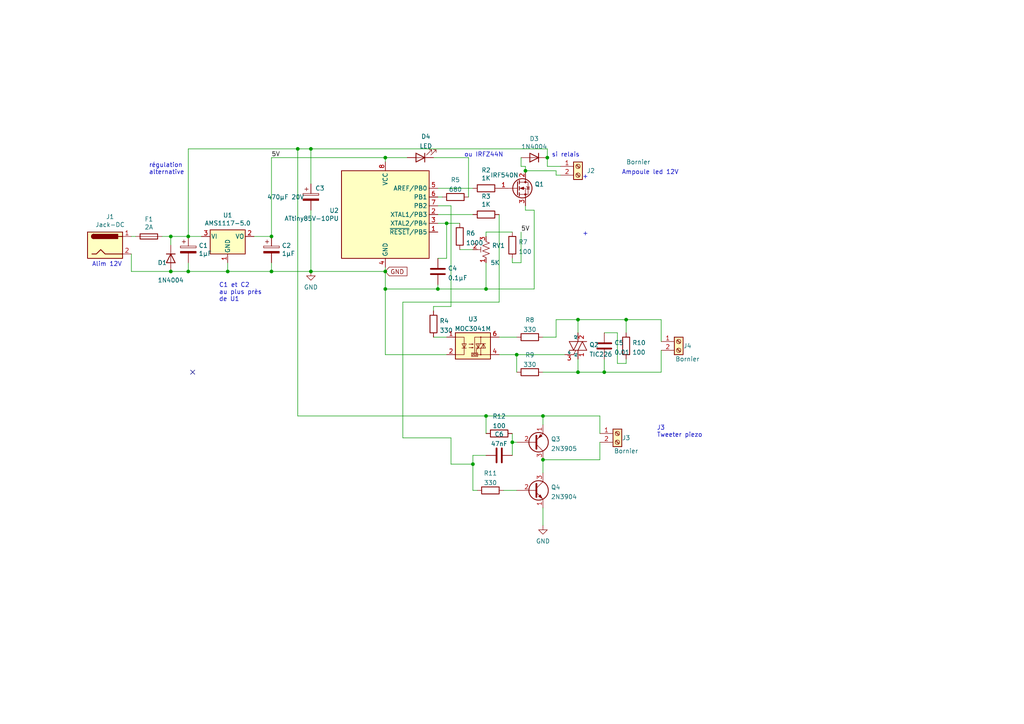
<source format=kicad_sch>
(kicad_sch (version 20211123) (generator eeschema)

  (uuid 10d8ad0e-6a08-4053-92aa-23a15910fd21)

  (paper "A4")

  (lib_symbols
    (symbol "Connector:Jack-DC" (pin_names (offset 1.016)) (in_bom yes) (on_board yes)
      (property "Reference" "J" (id 0) (at 0 5.334 0)
        (effects (font (size 1.27 1.27)))
      )
      (property "Value" "Jack-DC" (id 1) (at 0 -5.08 0)
        (effects (font (size 1.27 1.27)))
      )
      (property "Footprint" "" (id 2) (at 1.27 -1.016 0)
        (effects (font (size 1.27 1.27)) hide)
      )
      (property "Datasheet" "~" (id 3) (at 1.27 -1.016 0)
        (effects (font (size 1.27 1.27)) hide)
      )
      (property "ki_keywords" "DC power barrel jack connector" (id 4) (at 0 0 0)
        (effects (font (size 1.27 1.27)) hide)
      )
      (property "ki_description" "DC Barrel Jack" (id 5) (at 0 0 0)
        (effects (font (size 1.27 1.27)) hide)
      )
      (property "ki_fp_filters" "BarrelJack*" (id 6) (at 0 0 0)
        (effects (font (size 1.27 1.27)) hide)
      )
      (symbol "Jack-DC_0_1"
        (rectangle (start -5.08 3.81) (end 5.08 -3.81)
          (stroke (width 0.254) (type default) (color 0 0 0 0))
          (fill (type background))
        )
        (arc (start -3.302 3.175) (mid -3.937 2.54) (end -3.302 1.905)
          (stroke (width 0.254) (type default) (color 0 0 0 0))
          (fill (type none))
        )
        (arc (start -3.302 3.175) (mid -3.937 2.54) (end -3.302 1.905)
          (stroke (width 0.254) (type default) (color 0 0 0 0))
          (fill (type outline))
        )
        (polyline
          (pts
            (xy 5.08 2.54)
            (xy 3.81 2.54)
          )
          (stroke (width 0.254) (type default) (color 0 0 0 0))
          (fill (type none))
        )
        (polyline
          (pts
            (xy -3.81 -2.54)
            (xy -2.54 -2.54)
            (xy -1.27 -1.27)
            (xy 0 -2.54)
            (xy 2.54 -2.54)
            (xy 5.08 -2.54)
          )
          (stroke (width 0.254) (type default) (color 0 0 0 0))
          (fill (type none))
        )
        (rectangle (start 3.683 3.175) (end -3.302 1.905)
          (stroke (width 0.254) (type default) (color 0 0 0 0))
          (fill (type outline))
        )
      )
      (symbol "Jack-DC_1_1"
        (pin passive line (at 7.62 2.54 180) (length 2.54)
          (name "~" (effects (font (size 1.27 1.27))))
          (number "1" (effects (font (size 1.27 1.27))))
        )
        (pin passive line (at 7.62 -2.54 180) (length 2.54)
          (name "~" (effects (font (size 1.27 1.27))))
          (number "2" (effects (font (size 1.27 1.27))))
        )
      )
    )
    (symbol "Connector:Screw_Terminal_01x02" (pin_names (offset 1.016) hide) (in_bom yes) (on_board yes)
      (property "Reference" "J" (id 0) (at 0 2.54 0)
        (effects (font (size 1.27 1.27)))
      )
      (property "Value" "Screw_Terminal_01x02" (id 1) (at 0 -5.08 0)
        (effects (font (size 1.27 1.27)))
      )
      (property "Footprint" "" (id 2) (at 0 0 0)
        (effects (font (size 1.27 1.27)) hide)
      )
      (property "Datasheet" "~" (id 3) (at 0 0 0)
        (effects (font (size 1.27 1.27)) hide)
      )
      (property "ki_keywords" "screw terminal" (id 4) (at 0 0 0)
        (effects (font (size 1.27 1.27)) hide)
      )
      (property "ki_description" "Generic screw terminal, single row, 01x02, script generated (kicad-library-utils/schlib/autogen/connector/)" (id 5) (at 0 0 0)
        (effects (font (size 1.27 1.27)) hide)
      )
      (property "ki_fp_filters" "TerminalBlock*:*" (id 6) (at 0 0 0)
        (effects (font (size 1.27 1.27)) hide)
      )
      (symbol "Screw_Terminal_01x02_1_1"
        (rectangle (start -1.27 1.27) (end 1.27 -3.81)
          (stroke (width 0.254) (type default) (color 0 0 0 0))
          (fill (type background))
        )
        (circle (center 0 -2.54) (radius 0.635)
          (stroke (width 0.1524) (type default) (color 0 0 0 0))
          (fill (type none))
        )
        (polyline
          (pts
            (xy -0.5334 -2.2098)
            (xy 0.3302 -3.048)
          )
          (stroke (width 0.1524) (type default) (color 0 0 0 0))
          (fill (type none))
        )
        (polyline
          (pts
            (xy -0.5334 0.3302)
            (xy 0.3302 -0.508)
          )
          (stroke (width 0.1524) (type default) (color 0 0 0 0))
          (fill (type none))
        )
        (polyline
          (pts
            (xy -0.3556 -2.032)
            (xy 0.508 -2.8702)
          )
          (stroke (width 0.1524) (type default) (color 0 0 0 0))
          (fill (type none))
        )
        (polyline
          (pts
            (xy -0.3556 0.508)
            (xy 0.508 -0.3302)
          )
          (stroke (width 0.1524) (type default) (color 0 0 0 0))
          (fill (type none))
        )
        (circle (center 0 0) (radius 0.635)
          (stroke (width 0.1524) (type default) (color 0 0 0 0))
          (fill (type none))
        )
        (pin passive line (at -5.08 0 0) (length 3.81)
          (name "Pin_1" (effects (font (size 1.27 1.27))))
          (number "1" (effects (font (size 1.27 1.27))))
        )
        (pin passive line (at -5.08 -2.54 0) (length 3.81)
          (name "Pin_2" (effects (font (size 1.27 1.27))))
          (number "2" (effects (font (size 1.27 1.27))))
        )
      )
    )
    (symbol "Device:C" (pin_numbers hide) (pin_names (offset 0.254)) (in_bom yes) (on_board yes)
      (property "Reference" "C" (id 0) (at 0.635 2.54 0)
        (effects (font (size 1.27 1.27)) (justify left))
      )
      (property "Value" "C" (id 1) (at 0.635 -2.54 0)
        (effects (font (size 1.27 1.27)) (justify left))
      )
      (property "Footprint" "" (id 2) (at 0.9652 -3.81 0)
        (effects (font (size 1.27 1.27)) hide)
      )
      (property "Datasheet" "~" (id 3) (at 0 0 0)
        (effects (font (size 1.27 1.27)) hide)
      )
      (property "ki_keywords" "cap capacitor" (id 4) (at 0 0 0)
        (effects (font (size 1.27 1.27)) hide)
      )
      (property "ki_description" "Unpolarized capacitor" (id 5) (at 0 0 0)
        (effects (font (size 1.27 1.27)) hide)
      )
      (property "ki_fp_filters" "C_*" (id 6) (at 0 0 0)
        (effects (font (size 1.27 1.27)) hide)
      )
      (symbol "C_0_1"
        (polyline
          (pts
            (xy -2.032 -0.762)
            (xy 2.032 -0.762)
          )
          (stroke (width 0.508) (type default) (color 0 0 0 0))
          (fill (type none))
        )
        (polyline
          (pts
            (xy -2.032 0.762)
            (xy 2.032 0.762)
          )
          (stroke (width 0.508) (type default) (color 0 0 0 0))
          (fill (type none))
        )
      )
      (symbol "C_1_1"
        (pin passive line (at 0 3.81 270) (length 2.794)
          (name "~" (effects (font (size 1.27 1.27))))
          (number "1" (effects (font (size 1.27 1.27))))
        )
        (pin passive line (at 0 -3.81 90) (length 2.794)
          (name "~" (effects (font (size 1.27 1.27))))
          (number "2" (effects (font (size 1.27 1.27))))
        )
      )
    )
    (symbol "Device:CP" (pin_numbers hide) (pin_names (offset 0.254)) (in_bom yes) (on_board yes)
      (property "Reference" "C" (id 0) (at 0.635 2.54 0)
        (effects (font (size 1.27 1.27)) (justify left))
      )
      (property "Value" "Device_CP" (id 1) (at 0.635 -2.54 0)
        (effects (font (size 1.27 1.27)) (justify left))
      )
      (property "Footprint" "" (id 2) (at 0.9652 -3.81 0)
        (effects (font (size 1.27 1.27)) hide)
      )
      (property "Datasheet" "" (id 3) (at 0 0 0)
        (effects (font (size 1.27 1.27)) hide)
      )
      (property "ki_fp_filters" "CP_*" (id 4) (at 0 0 0)
        (effects (font (size 1.27 1.27)) hide)
      )
      (symbol "CP_0_1"
        (rectangle (start -2.286 0.508) (end 2.286 1.016)
          (stroke (width 0) (type default) (color 0 0 0 0))
          (fill (type none))
        )
        (polyline
          (pts
            (xy -1.778 2.286)
            (xy -0.762 2.286)
          )
          (stroke (width 0) (type default) (color 0 0 0 0))
          (fill (type none))
        )
        (polyline
          (pts
            (xy -1.27 2.794)
            (xy -1.27 1.778)
          )
          (stroke (width 0) (type default) (color 0 0 0 0))
          (fill (type none))
        )
        (rectangle (start 2.286 -0.508) (end -2.286 -1.016)
          (stroke (width 0) (type default) (color 0 0 0 0))
          (fill (type outline))
        )
      )
      (symbol "CP_1_1"
        (pin passive line (at 0 3.81 270) (length 2.794)
          (name "~" (effects (font (size 1.27 1.27))))
          (number "1" (effects (font (size 1.27 1.27))))
        )
        (pin passive line (at 0 -3.81 90) (length 2.794)
          (name "~" (effects (font (size 1.27 1.27))))
          (number "2" (effects (font (size 1.27 1.27))))
        )
      )
    )
    (symbol "Device:Fuse" (pin_numbers hide) (pin_names (offset 0)) (in_bom yes) (on_board yes)
      (property "Reference" "F" (id 0) (at 2.032 0 90)
        (effects (font (size 1.27 1.27)))
      )
      (property "Value" "Fuse" (id 1) (at -1.905 0 90)
        (effects (font (size 1.27 1.27)))
      )
      (property "Footprint" "" (id 2) (at -1.778 0 90)
        (effects (font (size 1.27 1.27)) hide)
      )
      (property "Datasheet" "~" (id 3) (at 0 0 0)
        (effects (font (size 1.27 1.27)) hide)
      )
      (property "ki_keywords" "fuse" (id 4) (at 0 0 0)
        (effects (font (size 1.27 1.27)) hide)
      )
      (property "ki_description" "Fuse" (id 5) (at 0 0 0)
        (effects (font (size 1.27 1.27)) hide)
      )
      (property "ki_fp_filters" "*Fuse*" (id 6) (at 0 0 0)
        (effects (font (size 1.27 1.27)) hide)
      )
      (symbol "Fuse_0_1"
        (rectangle (start -0.762 -2.54) (end 0.762 2.54)
          (stroke (width 0.254) (type default) (color 0 0 0 0))
          (fill (type none))
        )
        (polyline
          (pts
            (xy 0 2.54)
            (xy 0 -2.54)
          )
          (stroke (width 0) (type default) (color 0 0 0 0))
          (fill (type none))
        )
      )
      (symbol "Fuse_1_1"
        (pin passive line (at 0 3.81 270) (length 1.27)
          (name "~" (effects (font (size 1.27 1.27))))
          (number "1" (effects (font (size 1.27 1.27))))
        )
        (pin passive line (at 0 -3.81 90) (length 1.27)
          (name "~" (effects (font (size 1.27 1.27))))
          (number "2" (effects (font (size 1.27 1.27))))
        )
      )
    )
    (symbol "Device:LED" (pin_numbers hide) (pin_names (offset 1.016) hide) (in_bom yes) (on_board yes)
      (property "Reference" "D" (id 0) (at 0 2.54 0)
        (effects (font (size 1.27 1.27)))
      )
      (property "Value" "LED" (id 1) (at 0 -2.54 0)
        (effects (font (size 1.27 1.27)))
      )
      (property "Footprint" "" (id 2) (at 0 0 0)
        (effects (font (size 1.27 1.27)) hide)
      )
      (property "Datasheet" "~" (id 3) (at 0 0 0)
        (effects (font (size 1.27 1.27)) hide)
      )
      (property "ki_keywords" "LED diode" (id 4) (at 0 0 0)
        (effects (font (size 1.27 1.27)) hide)
      )
      (property "ki_description" "Light emitting diode" (id 5) (at 0 0 0)
        (effects (font (size 1.27 1.27)) hide)
      )
      (property "ki_fp_filters" "LED* LED_SMD:* LED_THT:*" (id 6) (at 0 0 0)
        (effects (font (size 1.27 1.27)) hide)
      )
      (symbol "LED_0_1"
        (polyline
          (pts
            (xy -1.27 -1.27)
            (xy -1.27 1.27)
          )
          (stroke (width 0.254) (type default) (color 0 0 0 0))
          (fill (type none))
        )
        (polyline
          (pts
            (xy -1.27 0)
            (xy 1.27 0)
          )
          (stroke (width 0) (type default) (color 0 0 0 0))
          (fill (type none))
        )
        (polyline
          (pts
            (xy 1.27 -1.27)
            (xy 1.27 1.27)
            (xy -1.27 0)
            (xy 1.27 -1.27)
          )
          (stroke (width 0.254) (type default) (color 0 0 0 0))
          (fill (type none))
        )
        (polyline
          (pts
            (xy -3.048 -0.762)
            (xy -4.572 -2.286)
            (xy -3.81 -2.286)
            (xy -4.572 -2.286)
            (xy -4.572 -1.524)
          )
          (stroke (width 0) (type default) (color 0 0 0 0))
          (fill (type none))
        )
        (polyline
          (pts
            (xy -1.778 -0.762)
            (xy -3.302 -2.286)
            (xy -2.54 -2.286)
            (xy -3.302 -2.286)
            (xy -3.302 -1.524)
          )
          (stroke (width 0) (type default) (color 0 0 0 0))
          (fill (type none))
        )
      )
      (symbol "LED_1_1"
        (pin passive line (at -3.81 0 0) (length 2.54)
          (name "K" (effects (font (size 1.27 1.27))))
          (number "1" (effects (font (size 1.27 1.27))))
        )
        (pin passive line (at 3.81 0 180) (length 2.54)
          (name "A" (effects (font (size 1.27 1.27))))
          (number "2" (effects (font (size 1.27 1.27))))
        )
      )
    )
    (symbol "Device:R" (pin_numbers hide) (pin_names (offset 0)) (in_bom yes) (on_board yes)
      (property "Reference" "R" (id 0) (at 2.032 0 90)
        (effects (font (size 1.27 1.27)))
      )
      (property "Value" "R" (id 1) (at 0 0 90)
        (effects (font (size 1.27 1.27)))
      )
      (property "Footprint" "" (id 2) (at -1.778 0 90)
        (effects (font (size 1.27 1.27)) hide)
      )
      (property "Datasheet" "~" (id 3) (at 0 0 0)
        (effects (font (size 1.27 1.27)) hide)
      )
      (property "ki_keywords" "R res resistor" (id 4) (at 0 0 0)
        (effects (font (size 1.27 1.27)) hide)
      )
      (property "ki_description" "Resistor" (id 5) (at 0 0 0)
        (effects (font (size 1.27 1.27)) hide)
      )
      (property "ki_fp_filters" "R_*" (id 6) (at 0 0 0)
        (effects (font (size 1.27 1.27)) hide)
      )
      (symbol "R_0_1"
        (rectangle (start -1.016 -2.54) (end 1.016 2.54)
          (stroke (width 0.254) (type default) (color 0 0 0 0))
          (fill (type none))
        )
      )
      (symbol "R_1_1"
        (pin passive line (at 0 3.81 270) (length 1.27)
          (name "~" (effects (font (size 1.27 1.27))))
          (number "1" (effects (font (size 1.27 1.27))))
        )
        (pin passive line (at 0 -3.81 90) (length 1.27)
          (name "~" (effects (font (size 1.27 1.27))))
          (number "2" (effects (font (size 1.27 1.27))))
        )
      )
    )
    (symbol "Device:R_POT_TRIM_US" (pin_names (offset 1.016) hide) (in_bom yes) (on_board yes)
      (property "Reference" "RV" (id 0) (at -4.445 0 90)
        (effects (font (size 1.27 1.27)))
      )
      (property "Value" "Device_R_POT_TRIM_US" (id 1) (at -2.54 0 90)
        (effects (font (size 1.27 1.27)))
      )
      (property "Footprint" "" (id 2) (at 0 0 0)
        (effects (font (size 1.27 1.27)) hide)
      )
      (property "Datasheet" "" (id 3) (at 0 0 0)
        (effects (font (size 1.27 1.27)) hide)
      )
      (property "ki_fp_filters" "Potentiometer*" (id 4) (at 0 0 0)
        (effects (font (size 1.27 1.27)) hide)
      )
      (symbol "R_POT_TRIM_US_0_1"
        (polyline
          (pts
            (xy 0 -2.286)
            (xy 0 -2.54)
          )
          (stroke (width 0) (type default) (color 0 0 0 0))
          (fill (type none))
        )
        (polyline
          (pts
            (xy 0 2.286)
            (xy 0 2.54)
          )
          (stroke (width 0) (type default) (color 0 0 0 0))
          (fill (type none))
        )
        (polyline
          (pts
            (xy 1.524 0.762)
            (xy 1.524 -0.762)
          )
          (stroke (width 0) (type default) (color 0 0 0 0))
          (fill (type none))
        )
        (polyline
          (pts
            (xy 2.54 0)
            (xy 1.524 0)
          )
          (stroke (width 0) (type default) (color 0 0 0 0))
          (fill (type none))
        )
        (polyline
          (pts
            (xy 0 -0.762)
            (xy 1.016 -1.143)
            (xy 0 -1.524)
            (xy -1.016 -1.905)
            (xy 0 -2.286)
          )
          (stroke (width 0) (type default) (color 0 0 0 0))
          (fill (type none))
        )
        (polyline
          (pts
            (xy 0 0.762)
            (xy 1.016 0.381)
            (xy 0 0)
            (xy -1.016 -0.381)
            (xy 0 -0.762)
          )
          (stroke (width 0) (type default) (color 0 0 0 0))
          (fill (type none))
        )
        (polyline
          (pts
            (xy 0 2.286)
            (xy 1.016 1.905)
            (xy 0 1.524)
            (xy -1.016 1.143)
            (xy 0 0.762)
          )
          (stroke (width 0) (type default) (color 0 0 0 0))
          (fill (type none))
        )
      )
      (symbol "R_POT_TRIM_US_1_1"
        (pin passive line (at 0 3.81 270) (length 1.27)
          (name "1" (effects (font (size 1.27 1.27))))
          (number "1" (effects (font (size 1.27 1.27))))
        )
        (pin passive line (at 3.81 0 180) (length 1.27)
          (name "2" (effects (font (size 1.27 1.27))))
          (number "2" (effects (font (size 1.27 1.27))))
        )
        (pin passive line (at 0 -3.81 90) (length 1.27)
          (name "3" (effects (font (size 1.27 1.27))))
          (number "3" (effects (font (size 1.27 1.27))))
        )
      )
    )
    (symbol "Diode:1N4004" (pin_numbers hide) (pin_names (offset 1.016) hide) (in_bom yes) (on_board yes)
      (property "Reference" "D" (id 0) (at 0 2.54 0)
        (effects (font (size 1.27 1.27)))
      )
      (property "Value" "1N4004" (id 1) (at 0 -2.54 0)
        (effects (font (size 1.27 1.27)))
      )
      (property "Footprint" "Diode_THT:D_DO-41_SOD81_P10.16mm_Horizontal" (id 2) (at 0 -4.445 0)
        (effects (font (size 1.27 1.27)) hide)
      )
      (property "Datasheet" "http://www.vishay.com/docs/88503/1n4001.pdf" (id 3) (at 0 0 0)
        (effects (font (size 1.27 1.27)) hide)
      )
      (property "ki_keywords" "diode" (id 4) (at 0 0 0)
        (effects (font (size 1.27 1.27)) hide)
      )
      (property "ki_description" "400V 1A General Purpose Rectifier Diode, DO-41" (id 5) (at 0 0 0)
        (effects (font (size 1.27 1.27)) hide)
      )
      (property "ki_fp_filters" "D*DO?41*" (id 6) (at 0 0 0)
        (effects (font (size 1.27 1.27)) hide)
      )
      (symbol "1N4004_0_1"
        (polyline
          (pts
            (xy -1.27 1.27)
            (xy -1.27 -1.27)
          )
          (stroke (width 0.254) (type default) (color 0 0 0 0))
          (fill (type none))
        )
        (polyline
          (pts
            (xy 1.27 0)
            (xy -1.27 0)
          )
          (stroke (width 0) (type default) (color 0 0 0 0))
          (fill (type none))
        )
        (polyline
          (pts
            (xy 1.27 1.27)
            (xy 1.27 -1.27)
            (xy -1.27 0)
            (xy 1.27 1.27)
          )
          (stroke (width 0.254) (type default) (color 0 0 0 0))
          (fill (type none))
        )
      )
      (symbol "1N4004_1_1"
        (pin passive line (at -3.81 0 0) (length 2.54)
          (name "K" (effects (font (size 1.27 1.27))))
          (number "1" (effects (font (size 1.27 1.27))))
        )
        (pin passive line (at 3.81 0 180) (length 2.54)
          (name "A" (effects (font (size 1.27 1.27))))
          (number "2" (effects (font (size 1.27 1.27))))
        )
      )
    )
    (symbol "MCU_Microchip_ATtiny:ATtiny85V-10PU" (in_bom yes) (on_board yes)
      (property "Reference" "U" (id 0) (at -12.7 13.97 0)
        (effects (font (size 1.27 1.27)) (justify left bottom))
      )
      (property "Value" "MCU_Microchip_ATtiny_ATtiny85V-10PU" (id 1) (at 2.54 -13.97 0)
        (effects (font (size 1.27 1.27)) (justify left top))
      )
      (property "Footprint" "Package_DIP:DIP-8_W7.62mm" (id 2) (at 0 0 0)
        (effects (font (size 1.27 1.27) italic) hide)
      )
      (property "Datasheet" "" (id 3) (at 0 0 0)
        (effects (font (size 1.27 1.27)) hide)
      )
      (property "ki_fp_filters" "DIP*W7.62mm*" (id 4) (at 0 0 0)
        (effects (font (size 1.27 1.27)) hide)
      )
      (symbol "ATtiny85V-10PU_0_1"
        (rectangle (start -12.7 -12.7) (end 12.7 12.7)
          (stroke (width 0.254) (type default) (color 0 0 0 0))
          (fill (type background))
        )
      )
      (symbol "ATtiny85V-10PU_1_1"
        (pin bidirectional line (at 15.24 -5.08 180) (length 2.54)
          (name "~{RESET}/PB5" (effects (font (size 1.27 1.27))))
          (number "1" (effects (font (size 1.27 1.27))))
        )
        (pin bidirectional line (at 15.24 0 180) (length 2.54)
          (name "XTAL1/PB3" (effects (font (size 1.27 1.27))))
          (number "2" (effects (font (size 1.27 1.27))))
        )
        (pin bidirectional line (at 15.24 -2.54 180) (length 2.54)
          (name "XTAL2/PB4" (effects (font (size 1.27 1.27))))
          (number "3" (effects (font (size 1.27 1.27))))
        )
        (pin power_in line (at 0 -15.24 90) (length 2.54)
          (name "GND" (effects (font (size 1.27 1.27))))
          (number "4" (effects (font (size 1.27 1.27))))
        )
        (pin bidirectional line (at 15.24 7.62 180) (length 2.54)
          (name "AREF/PB0" (effects (font (size 1.27 1.27))))
          (number "5" (effects (font (size 1.27 1.27))))
        )
        (pin bidirectional line (at 15.24 5.08 180) (length 2.54)
          (name "PB1" (effects (font (size 1.27 1.27))))
          (number "6" (effects (font (size 1.27 1.27))))
        )
        (pin bidirectional line (at 15.24 2.54 180) (length 2.54)
          (name "PB2" (effects (font (size 1.27 1.27))))
          (number "7" (effects (font (size 1.27 1.27))))
        )
        (pin power_in line (at 0 15.24 270) (length 2.54)
          (name "VCC" (effects (font (size 1.27 1.27))))
          (number "8" (effects (font (size 1.27 1.27))))
        )
      )
    )
    (symbol "Regulator_Linear:AMS1117-5.0" (pin_names (offset 0.254)) (in_bom yes) (on_board yes)
      (property "Reference" "U" (id 0) (at -3.81 3.175 0)
        (effects (font (size 1.27 1.27)))
      )
      (property "Value" "AMS1117-5.0" (id 1) (at 0 3.175 0)
        (effects (font (size 1.27 1.27)) (justify left))
      )
      (property "Footprint" "Package_TO_SOT_SMD:SOT-223-3_TabPin2" (id 2) (at 0 5.08 0)
        (effects (font (size 1.27 1.27)) hide)
      )
      (property "Datasheet" "http://www.advanced-monolithic.com/pdf/ds1117.pdf" (id 3) (at 2.54 -6.35 0)
        (effects (font (size 1.27 1.27)) hide)
      )
      (property "ki_keywords" "linear regulator ldo fixed positive" (id 4) (at 0 0 0)
        (effects (font (size 1.27 1.27)) hide)
      )
      (property "ki_description" "1A Low Dropout regulator, positive, 5.0V fixed output, SOT-223" (id 5) (at 0 0 0)
        (effects (font (size 1.27 1.27)) hide)
      )
      (property "ki_fp_filters" "SOT?223*TabPin2*" (id 6) (at 0 0 0)
        (effects (font (size 1.27 1.27)) hide)
      )
      (symbol "AMS1117-5.0_0_1"
        (rectangle (start -5.08 -5.08) (end 5.08 1.905)
          (stroke (width 0.254) (type default) (color 0 0 0 0))
          (fill (type background))
        )
      )
      (symbol "AMS1117-5.0_1_1"
        (pin power_in line (at 0 -7.62 90) (length 2.54)
          (name "GND" (effects (font (size 1.27 1.27))))
          (number "1" (effects (font (size 1.27 1.27))))
        )
        (pin power_out line (at 7.62 0 180) (length 2.54)
          (name "VO" (effects (font (size 1.27 1.27))))
          (number "2" (effects (font (size 1.27 1.27))))
        )
        (pin power_in line (at -7.62 0 0) (length 2.54)
          (name "VI" (effects (font (size 1.27 1.27))))
          (number "3" (effects (font (size 1.27 1.27))))
        )
      )
    )
    (symbol "Relay_SolidState:MOC3041M" (in_bom yes) (on_board yes)
      (property "Reference" "U" (id 0) (at -5.08 5.08 0)
        (effects (font (size 1.27 1.27)) (justify left))
      )
      (property "Value" "MOC3041M" (id 1) (at 0 5.08 0)
        (effects (font (size 1.27 1.27)) (justify left))
      )
      (property "Footprint" "" (id 2) (at -5.08 -5.08 0)
        (effects (font (size 1.27 1.27) italic) (justify left) hide)
      )
      (property "Datasheet" "https://www.onsemi.com/pub/Collateral/MOC3043M-D.pdf" (id 3) (at 0 0 0)
        (effects (font (size 1.27 1.27)) (justify left) hide)
      )
      (property "ki_keywords" "Opto-Triac Opto Triac Zero Cross" (id 4) (at 0 0 0)
        (effects (font (size 1.27 1.27)) hide)
      )
      (property "ki_description" "Zero Cross Opto-Triac, Vdrm 400V, Ift 15mA, DIP6" (id 5) (at 0 0 0)
        (effects (font (size 1.27 1.27)) hide)
      )
      (property "ki_fp_filters" "DIP*W7.62mm* SMDIP*W9.53mm* DIP*W10.16mm*" (id 6) (at 0 0 0)
        (effects (font (size 1.27 1.27)) hide)
      )
      (symbol "MOC3041M_0_0"
        (rectangle (start -0.381 -2.032) (end 1.397 -3.048)
          (stroke (width 0) (type default) (color 0 0 0 0))
          (fill (type none))
        )
        (polyline
          (pts
            (xy 2.286 -2.54)
            (xy 1.397 -2.54)
          )
          (stroke (width 0) (type default) (color 0 0 0 0))
          (fill (type none))
        )
        (polyline
          (pts
            (xy 1.524 -0.635)
            (xy 1.016 -1.016)
            (xy 1.016 -2.032)
          )
          (stroke (width 0) (type default) (color 0 0 0 0))
          (fill (type none))
        )
        (text "ZCD" (at 0.508 -2.54 0)
          (effects (font (size 0.508 0.508)))
        )
      )
      (symbol "MOC3041M_0_1"
        (rectangle (start -5.08 3.81) (end 5.08 -3.81)
          (stroke (width 0.254) (type default) (color 0 0 0 0))
          (fill (type background))
        )
        (polyline
          (pts
            (xy -3.175 -0.635)
            (xy -1.905 -0.635)
          )
          (stroke (width 0) (type default) (color 0 0 0 0))
          (fill (type none))
        )
        (polyline
          (pts
            (xy 1.524 -0.635)
            (xy 1.524 0.635)
          )
          (stroke (width 0) (type default) (color 0 0 0 0))
          (fill (type none))
        )
        (polyline
          (pts
            (xy 3.048 0.635)
            (xy 3.048 -0.635)
          )
          (stroke (width 0) (type default) (color 0 0 0 0))
          (fill (type none))
        )
        (polyline
          (pts
            (xy 2.286 -0.635)
            (xy 2.286 -2.54)
            (xy 5.08 -2.54)
          )
          (stroke (width 0) (type default) (color 0 0 0 0))
          (fill (type none))
        )
        (polyline
          (pts
            (xy 2.286 0.635)
            (xy 2.286 2.54)
            (xy 5.08 2.54)
          )
          (stroke (width 0) (type default) (color 0 0 0 0))
          (fill (type none))
        )
        (polyline
          (pts
            (xy 2.286 2.54)
            (xy 0.508 2.54)
            (xy 0.508 -2.032)
          )
          (stroke (width 0) (type default) (color 0 0 0 0))
          (fill (type none))
        )
        (polyline
          (pts
            (xy -5.08 2.54)
            (xy -2.54 2.54)
            (xy -2.54 -2.54)
            (xy -5.08 -2.54)
          )
          (stroke (width 0) (type default) (color 0 0 0 0))
          (fill (type none))
        )
        (polyline
          (pts
            (xy -2.54 -0.635)
            (xy -3.175 0.635)
            (xy -1.905 0.635)
            (xy -2.54 -0.635)
          )
          (stroke (width 0) (type default) (color 0 0 0 0))
          (fill (type none))
        )
        (polyline
          (pts
            (xy 0.889 -0.635)
            (xy 3.683 -0.635)
            (xy 3.048 0.635)
            (xy 2.413 -0.635)
          )
          (stroke (width 0) (type default) (color 0 0 0 0))
          (fill (type none))
        )
        (polyline
          (pts
            (xy 3.683 0.635)
            (xy 0.889 0.635)
            (xy 1.524 -0.635)
            (xy 2.159 0.635)
          )
          (stroke (width 0) (type default) (color 0 0 0 0))
          (fill (type none))
        )
        (polyline
          (pts
            (xy -1.143 -0.508)
            (xy 0.127 -0.508)
            (xy -0.254 -0.635)
            (xy -0.254 -0.381)
            (xy 0.127 -0.508)
          )
          (stroke (width 0) (type default) (color 0 0 0 0))
          (fill (type none))
        )
        (polyline
          (pts
            (xy -1.143 0.508)
            (xy 0.127 0.508)
            (xy -0.254 0.381)
            (xy -0.254 0.635)
            (xy 0.127 0.508)
          )
          (stroke (width 0) (type default) (color 0 0 0 0))
          (fill (type none))
        )
        (circle (center 2.286 -2.54) (radius 0.127)
          (stroke (width 0) (type default) (color 0 0 0 0))
          (fill (type none))
        )
        (circle (center 2.286 2.54) (radius 0.127)
          (stroke (width 0) (type default) (color 0 0 0 0))
          (fill (type none))
        )
      )
      (symbol "MOC3041M_1_1"
        (pin passive line (at -7.62 2.54 0) (length 2.54)
          (name "~" (effects (font (size 1.27 1.27))))
          (number "1" (effects (font (size 1.27 1.27))))
        )
        (pin passive line (at -7.62 -2.54 0) (length 2.54)
          (name "~" (effects (font (size 1.27 1.27))))
          (number "2" (effects (font (size 1.27 1.27))))
        )
        (pin no_connect line (at -5.08 0 0) (length 2.54) hide
          (name "NC" (effects (font (size 1.27 1.27))))
          (number "3" (effects (font (size 1.27 1.27))))
        )
        (pin passive line (at 7.62 -2.54 180) (length 2.54)
          (name "~" (effects (font (size 1.27 1.27))))
          (number "4" (effects (font (size 1.27 1.27))))
        )
        (pin no_connect line (at 5.08 0 180) (length 2.54) hide
          (name "NC" (effects (font (size 1.27 1.27))))
          (number "5" (effects (font (size 1.27 1.27))))
        )
        (pin passive line (at 7.62 2.54 180) (length 2.54)
          (name "~" (effects (font (size 1.27 1.27))))
          (number "6" (effects (font (size 1.27 1.27))))
        )
      )
    )
    (symbol "Transistor_BJT:2N3904" (pin_names (offset 0) hide) (in_bom yes) (on_board yes)
      (property "Reference" "Q" (id 0) (at 5.08 1.905 0)
        (effects (font (size 1.27 1.27)) (justify left))
      )
      (property "Value" "2N3904" (id 1) (at 5.08 0 0)
        (effects (font (size 1.27 1.27)) (justify left))
      )
      (property "Footprint" "Package_TO_SOT_THT:TO-92_Inline" (id 2) (at 5.08 -1.905 0)
        (effects (font (size 1.27 1.27) italic) (justify left) hide)
      )
      (property "Datasheet" "https://www.onsemi.com/pub/Collateral/2N3903-D.PDF" (id 3) (at 0 0 0)
        (effects (font (size 1.27 1.27)) (justify left) hide)
      )
      (property "ki_keywords" "NPN Transistor" (id 4) (at 0 0 0)
        (effects (font (size 1.27 1.27)) hide)
      )
      (property "ki_description" "0.2A Ic, 40V Vce, Small Signal NPN Transistor, TO-92" (id 5) (at 0 0 0)
        (effects (font (size 1.27 1.27)) hide)
      )
      (property "ki_fp_filters" "TO?92*" (id 6) (at 0 0 0)
        (effects (font (size 1.27 1.27)) hide)
      )
      (symbol "2N3904_0_1"
        (polyline
          (pts
            (xy 0.635 0.635)
            (xy 2.54 2.54)
          )
          (stroke (width 0) (type default) (color 0 0 0 0))
          (fill (type none))
        )
        (polyline
          (pts
            (xy 0.635 -0.635)
            (xy 2.54 -2.54)
            (xy 2.54 -2.54)
          )
          (stroke (width 0) (type default) (color 0 0 0 0))
          (fill (type none))
        )
        (polyline
          (pts
            (xy 0.635 1.905)
            (xy 0.635 -1.905)
            (xy 0.635 -1.905)
          )
          (stroke (width 0.508) (type default) (color 0 0 0 0))
          (fill (type none))
        )
        (polyline
          (pts
            (xy 1.27 -1.778)
            (xy 1.778 -1.27)
            (xy 2.286 -2.286)
            (xy 1.27 -1.778)
            (xy 1.27 -1.778)
          )
          (stroke (width 0) (type default) (color 0 0 0 0))
          (fill (type outline))
        )
        (circle (center 1.27 0) (radius 2.8194)
          (stroke (width 0.254) (type default) (color 0 0 0 0))
          (fill (type none))
        )
      )
      (symbol "2N3904_1_1"
        (pin passive line (at 2.54 -5.08 90) (length 2.54)
          (name "E" (effects (font (size 1.27 1.27))))
          (number "1" (effects (font (size 1.27 1.27))))
        )
        (pin passive line (at -5.08 0 0) (length 5.715)
          (name "B" (effects (font (size 1.27 1.27))))
          (number "2" (effects (font (size 1.27 1.27))))
        )
        (pin passive line (at 2.54 5.08 270) (length 2.54)
          (name "C" (effects (font (size 1.27 1.27))))
          (number "3" (effects (font (size 1.27 1.27))))
        )
      )
    )
    (symbol "Transistor_BJT:2N3905" (pin_names (offset 0) hide) (in_bom yes) (on_board yes)
      (property "Reference" "Q" (id 0) (at 5.08 1.905 0)
        (effects (font (size 1.27 1.27)) (justify left))
      )
      (property "Value" "2N3905" (id 1) (at 5.08 0 0)
        (effects (font (size 1.27 1.27)) (justify left))
      )
      (property "Footprint" "Package_TO_SOT_THT:TO-92_Inline" (id 2) (at 5.08 -1.905 0)
        (effects (font (size 1.27 1.27) italic) (justify left) hide)
      )
      (property "Datasheet" "https://www.nteinc.com/specs/original/2N3905_06.pdf" (id 3) (at 0 0 0)
        (effects (font (size 1.27 1.27)) (justify left) hide)
      )
      (property "ki_keywords" "PNP Transistor" (id 4) (at 0 0 0)
        (effects (font (size 1.27 1.27)) hide)
      )
      (property "ki_description" "-0.2A Ic, -40V Vce, Small Signal PNP Transistor, TO-92" (id 5) (at 0 0 0)
        (effects (font (size 1.27 1.27)) hide)
      )
      (property "ki_fp_filters" "TO?92*" (id 6) (at 0 0 0)
        (effects (font (size 1.27 1.27)) hide)
      )
      (symbol "2N3905_0_1"
        (polyline
          (pts
            (xy 0.635 0.635)
            (xy 2.54 2.54)
          )
          (stroke (width 0) (type default) (color 0 0 0 0))
          (fill (type none))
        )
        (polyline
          (pts
            (xy 0.635 -0.635)
            (xy 2.54 -2.54)
            (xy 2.54 -2.54)
          )
          (stroke (width 0) (type default) (color 0 0 0 0))
          (fill (type none))
        )
        (polyline
          (pts
            (xy 0.635 1.905)
            (xy 0.635 -1.905)
            (xy 0.635 -1.905)
          )
          (stroke (width 0.508) (type default) (color 0 0 0 0))
          (fill (type none))
        )
        (polyline
          (pts
            (xy 2.286 -1.778)
            (xy 1.778 -2.286)
            (xy 1.27 -1.27)
            (xy 2.286 -1.778)
            (xy 2.286 -1.778)
          )
          (stroke (width 0) (type default) (color 0 0 0 0))
          (fill (type outline))
        )
        (circle (center 1.27 0) (radius 2.8194)
          (stroke (width 0.254) (type default) (color 0 0 0 0))
          (fill (type none))
        )
      )
      (symbol "2N3905_1_1"
        (pin passive line (at 2.54 -5.08 90) (length 2.54)
          (name "E" (effects (font (size 1.27 1.27))))
          (number "1" (effects (font (size 1.27 1.27))))
        )
        (pin input line (at -5.08 0 0) (length 5.715)
          (name "B" (effects (font (size 1.27 1.27))))
          (number "2" (effects (font (size 1.27 1.27))))
        )
        (pin passive line (at 2.54 5.08 270) (length 2.54)
          (name "C" (effects (font (size 1.27 1.27))))
          (number "3" (effects (font (size 1.27 1.27))))
        )
      )
    )
    (symbol "Transistor_FET:IRF540N" (pin_names hide) (in_bom yes) (on_board yes)
      (property "Reference" "Q" (id 0) (at 6.35 1.905 0)
        (effects (font (size 1.27 1.27)) (justify left))
      )
      (property "Value" "IRF540N" (id 1) (at 6.35 0 0)
        (effects (font (size 1.27 1.27)) (justify left))
      )
      (property "Footprint" "Package_TO_SOT_THT:TO-220-3_Vertical" (id 2) (at 6.35 -1.905 0)
        (effects (font (size 1.27 1.27) italic) (justify left) hide)
      )
      (property "Datasheet" "http://www.irf.com/product-info/datasheets/data/irf540n.pdf" (id 3) (at 0 0 0)
        (effects (font (size 1.27 1.27)) (justify left) hide)
      )
      (property "ki_keywords" "HEXFET N-Channel MOSFET" (id 4) (at 0 0 0)
        (effects (font (size 1.27 1.27)) hide)
      )
      (property "ki_description" "33A Id, 100V Vds, HEXFET N-Channel MOSFET, TO-220" (id 5) (at 0 0 0)
        (effects (font (size 1.27 1.27)) hide)
      )
      (property "ki_fp_filters" "TO?220*" (id 6) (at 0 0 0)
        (effects (font (size 1.27 1.27)) hide)
      )
      (symbol "IRF540N_0_1"
        (polyline
          (pts
            (xy 0.254 0)
            (xy -2.54 0)
          )
          (stroke (width 0) (type default) (color 0 0 0 0))
          (fill (type none))
        )
        (polyline
          (pts
            (xy 0.254 1.905)
            (xy 0.254 -1.905)
          )
          (stroke (width 0.254) (type default) (color 0 0 0 0))
          (fill (type none))
        )
        (polyline
          (pts
            (xy 0.762 -1.27)
            (xy 0.762 -2.286)
          )
          (stroke (width 0.254) (type default) (color 0 0 0 0))
          (fill (type none))
        )
        (polyline
          (pts
            (xy 0.762 0.508)
            (xy 0.762 -0.508)
          )
          (stroke (width 0.254) (type default) (color 0 0 0 0))
          (fill (type none))
        )
        (polyline
          (pts
            (xy 0.762 2.286)
            (xy 0.762 1.27)
          )
          (stroke (width 0.254) (type default) (color 0 0 0 0))
          (fill (type none))
        )
        (polyline
          (pts
            (xy 2.54 2.54)
            (xy 2.54 1.778)
          )
          (stroke (width 0) (type default) (color 0 0 0 0))
          (fill (type none))
        )
        (polyline
          (pts
            (xy 2.54 -2.54)
            (xy 2.54 0)
            (xy 0.762 0)
          )
          (stroke (width 0) (type default) (color 0 0 0 0))
          (fill (type none))
        )
        (polyline
          (pts
            (xy 0.762 -1.778)
            (xy 3.302 -1.778)
            (xy 3.302 1.778)
            (xy 0.762 1.778)
          )
          (stroke (width 0) (type default) (color 0 0 0 0))
          (fill (type none))
        )
        (polyline
          (pts
            (xy 1.016 0)
            (xy 2.032 0.381)
            (xy 2.032 -0.381)
            (xy 1.016 0)
          )
          (stroke (width 0) (type default) (color 0 0 0 0))
          (fill (type outline))
        )
        (polyline
          (pts
            (xy 2.794 0.508)
            (xy 2.921 0.381)
            (xy 3.683 0.381)
            (xy 3.81 0.254)
          )
          (stroke (width 0) (type default) (color 0 0 0 0))
          (fill (type none))
        )
        (polyline
          (pts
            (xy 3.302 0.381)
            (xy 2.921 -0.254)
            (xy 3.683 -0.254)
            (xy 3.302 0.381)
          )
          (stroke (width 0) (type default) (color 0 0 0 0))
          (fill (type none))
        )
        (circle (center 1.651 0) (radius 2.794)
          (stroke (width 0.254) (type default) (color 0 0 0 0))
          (fill (type none))
        )
        (circle (center 2.54 -1.778) (radius 0.254)
          (stroke (width 0) (type default) (color 0 0 0 0))
          (fill (type outline))
        )
        (circle (center 2.54 1.778) (radius 0.254)
          (stroke (width 0) (type default) (color 0 0 0 0))
          (fill (type outline))
        )
      )
      (symbol "IRF540N_1_1"
        (pin input line (at -5.08 0 0) (length 2.54)
          (name "G" (effects (font (size 1.27 1.27))))
          (number "1" (effects (font (size 1.27 1.27))))
        )
        (pin passive line (at 2.54 5.08 270) (length 2.54)
          (name "D" (effects (font (size 1.27 1.27))))
          (number "2" (effects (font (size 1.27 1.27))))
        )
        (pin passive line (at 2.54 -5.08 90) (length 2.54)
          (name "S" (effects (font (size 1.27 1.27))))
          (number "3" (effects (font (size 1.27 1.27))))
        )
      )
    )
    (symbol "Triac_Thyristor:TIC226" (pin_names (offset 0)) (in_bom yes) (on_board yes)
      (property "Reference" "Q" (id 0) (at 5.08 1.905 0)
        (effects (font (size 1.27 1.27)) (justify left))
      )
      (property "Value" "TIC226" (id 1) (at 5.08 0 0)
        (effects (font (size 1.27 1.27)) (justify left))
      )
      (property "Footprint" "Package_TO_SOT_THT:TO-220-3_Vertical" (id 2) (at 5.08 -1.905 0)
        (effects (font (size 1.27 1.27) italic) (justify left) hide)
      )
      (property "Datasheet" "http://pdf.datasheetcatalog.com/datasheet/PowerInnovations/mXuqxvy.pdf" (id 3) (at 0 0 0)
        (effects (font (size 1.27 1.27)) (justify left) hide)
      )
      (property "ki_keywords" "Triac" (id 4) (at 0 0 0)
        (effects (font (size 1.27 1.27)) hide)
      )
      (property "ki_description" "8A RMS, 400-800V Off-State Voltage, Triac, TO-220" (id 5) (at 0 0 0)
        (effects (font (size 1.27 1.27)) hide)
      )
      (property "ki_fp_filters" "TO?220*" (id 6) (at 0 0 0)
        (effects (font (size 1.27 1.27)) hide)
      )
      (symbol "TIC226_0_1"
        (polyline
          (pts
            (xy -2.54 -1.27)
            (xy 2.54 -1.27)
          )
          (stroke (width 0.2032) (type default) (color 0 0 0 0))
          (fill (type none))
        )
        (polyline
          (pts
            (xy -2.54 1.27)
            (xy 2.54 1.27)
          )
          (stroke (width 0.2032) (type default) (color 0 0 0 0))
          (fill (type none))
        )
        (polyline
          (pts
            (xy -1.27 -2.54)
            (xy -0.635 -1.27)
          )
          (stroke (width 0) (type default) (color 0 0 0 0))
          (fill (type none))
        )
        (polyline
          (pts
            (xy -2.54 1.27)
            (xy -1.27 -1.27)
            (xy 0 1.27)
          )
          (stroke (width 0.2032) (type default) (color 0 0 0 0))
          (fill (type none))
        )
        (polyline
          (pts
            (xy 0 -1.27)
            (xy 1.27 1.27)
            (xy 2.54 -1.27)
          )
          (stroke (width 0.2032) (type default) (color 0 0 0 0))
          (fill (type none))
        )
      )
      (symbol "TIC226_1_1"
        (pin passive line (at 0 -3.81 90) (length 2.54)
          (name "A1" (effects (font (size 0.635 0.635))))
          (number "1" (effects (font (size 1.27 1.27))))
        )
        (pin passive line (at 0 3.81 270) (length 2.54)
          (name "A2" (effects (font (size 0.635 0.635))))
          (number "2" (effects (font (size 1.27 1.27))))
        )
        (pin input line (at -3.81 -2.54 0) (length 2.54)
          (name "G" (effects (font (size 0.635 0.635))))
          (number "3" (effects (font (size 1.27 1.27))))
        )
      )
    )
    (symbol "power:GND" (power) (pin_names (offset 0)) (in_bom yes) (on_board yes)
      (property "Reference" "#PWR" (id 0) (at 0 -6.35 0)
        (effects (font (size 1.27 1.27)) hide)
      )
      (property "Value" "GND" (id 1) (at 0 -3.81 0)
        (effects (font (size 1.27 1.27)))
      )
      (property "Footprint" "" (id 2) (at 0 0 0)
        (effects (font (size 1.27 1.27)) hide)
      )
      (property "Datasheet" "" (id 3) (at 0 0 0)
        (effects (font (size 1.27 1.27)) hide)
      )
      (property "ki_keywords" "power-flag" (id 4) (at 0 0 0)
        (effects (font (size 1.27 1.27)) hide)
      )
      (property "ki_description" "Power symbol creates a global label with name \"GND\" , ground" (id 5) (at 0 0 0)
        (effects (font (size 1.27 1.27)) hide)
      )
      (symbol "GND_0_1"
        (polyline
          (pts
            (xy 0 0)
            (xy 0 -1.27)
            (xy 1.27 -1.27)
            (xy 0 -2.54)
            (xy -1.27 -1.27)
            (xy 0 -1.27)
          )
          (stroke (width 0) (type default) (color 0 0 0 0))
          (fill (type none))
        )
      )
      (symbol "GND_1_1"
        (pin power_in line (at 0 0 270) (length 0) hide
          (name "GND" (effects (font (size 1.27 1.27))))
          (number "1" (effects (font (size 1.27 1.27))))
        )
      )
    )
  )

  (junction (at 111.76 45.72) (diameter 0) (color 0 0 0 0)
    (uuid 0591becc-e77c-4b70-8c5b-31d39a08a24f)
  )
  (junction (at 167.64 107.95) (diameter 0) (color 0 0 0 0)
    (uuid 09d4f24e-83a8-4f19-89f5-1a9916b66f71)
  )
  (junction (at 127 83.82) (diameter 0) (color 0 0 0 0)
    (uuid 0fd7af86-9f42-47af-aa20-f63957442025)
  )
  (junction (at 149.86 102.87) (diameter 0) (color 0 0 0 0)
    (uuid 1676390a-6742-4e72-89b7-57596e5b13f5)
  )
  (junction (at 152.4 49.53) (diameter 0) (color 0 0 0 0)
    (uuid 2a47ba8d-ca55-4c66-8867-a236e20e9f55)
  )
  (junction (at 54.61 68.58) (diameter 0) (color 0 0 0 0)
    (uuid 2a6075ae-c7fa-41db-86b8-3f996740bdc2)
  )
  (junction (at 111.76 83.82) (diameter 0) (color 0 0 0 0)
    (uuid 32342196-c6f5-4b44-a587-5b553f239143)
  )
  (junction (at 157.48 133.35) (diameter 0) (color 0 0 0 0)
    (uuid 44c2df17-5297-4d8e-8730-6b6e2f7ba611)
  )
  (junction (at 167.64 92.71) (diameter 0) (color 0 0 0 0)
    (uuid 49ad1df5-1ee4-4b4d-a502-67993612e8ae)
  )
  (junction (at 86.36 43.18) (diameter 0) (color 0 0 0 0)
    (uuid 5043ff83-310e-426f-9505-ec39bc41f936)
  )
  (junction (at 54.61 78.74) (diameter 0) (color 0 0 0 0)
    (uuid 5f38bdb2-3657-474e-8e86-d6bb0b298110)
  )
  (junction (at 158.75 45.72) (diameter 0) (color 0 0 0 0)
    (uuid 63c4cc2d-ee2b-4a8b-bc50-d3bf1bbe0b12)
  )
  (junction (at 140.97 83.82) (diameter 0) (color 0 0 0 0)
    (uuid 65956d5a-a340-4047-9c5e-1659dd51e261)
  )
  (junction (at 66.04 78.74) (diameter 0) (color 0 0 0 0)
    (uuid 83c5181e-f5ee-453c-ae5c-d7256ba8837d)
  )
  (junction (at 49.53 78.74) (diameter 0) (color 0 0 0 0)
    (uuid 94a10cae-6ef2-4b64-9d98-fb22aa3306cc)
  )
  (junction (at 148.59 128.27) (diameter 0) (color 0 0 0 0)
    (uuid 9a8435a6-3790-49ed-8fce-c532f23d7b1c)
  )
  (junction (at 140.97 120.65) (diameter 0) (color 0 0 0 0)
    (uuid 9acdf60e-7726-4240-8d18-0c97a42c463e)
  )
  (junction (at 137.16 134.62) (diameter 0) (color 0 0 0 0)
    (uuid a15cf1c8-6bf2-43c6-afd8-ead2778d4455)
  )
  (junction (at 175.26 107.95) (diameter 0) (color 0 0 0 0)
    (uuid b0fdfef3-a32c-479f-b547-de6e44f0ea20)
  )
  (junction (at 129.54 64.77) (diameter 0) (color 0 0 0 0)
    (uuid bad09a8a-bfb3-4298-abbe-462af1b32e1a)
  )
  (junction (at 157.48 120.65) (diameter 0) (color 0 0 0 0)
    (uuid cc4091e5-fde6-42b8-8820-46ea102df2d7)
  )
  (junction (at 90.17 78.74) (diameter 0) (color 0 0 0 0)
    (uuid dc13105b-bc52-4990-82ba-161f98854858)
  )
  (junction (at 78.74 68.58) (diameter 0) (color 0 0 0 0)
    (uuid de370984-7922-4327-a0ba-7cd613995df4)
  )
  (junction (at 78.74 78.74) (diameter 0) (color 0 0 0 0)
    (uuid df3dc9a2-ba40-4c3a-87fe-61cc8e23d71b)
  )
  (junction (at 181.61 92.71) (diameter 0) (color 0 0 0 0)
    (uuid f8428247-ec35-4f36-82d5-006fd7f78289)
  )
  (junction (at 90.17 43.18) (diameter 0) (color 0 0 0 0)
    (uuid f94ef093-f158-479d-9cb8-dfa4b44370a2)
  )
  (junction (at 111.76 78.74) (diameter 0) (color 0 0 0 0)
    (uuid fc99e51a-1d76-4c30-b5a5-ac4b2961fc04)
  )
  (junction (at 49.53 68.58) (diameter 0) (color 0 0 0 0)
    (uuid fd60415a-f01a-46c5-9369-ea970e435e5b)
  )

  (no_connect (at 55.88 107.95) (uuid 6a4e69c8-125f-4ac8-b713-a02cf3cd1f7b))

  (wire (pts (xy 78.74 45.72) (xy 111.76 45.72))
    (stroke (width 0) (type default) (color 0 0 0 0))
    (uuid 015f5586-ba76-4a98-9114-f5cd2c67134d)
  )
  (wire (pts (xy 175.26 107.95) (xy 191.77 107.95))
    (stroke (width 0) (type default) (color 0 0 0 0))
    (uuid 02625c26-1619-4a34-ac53-79aa859314de)
  )
  (wire (pts (xy 137.16 134.62) (xy 137.16 142.24))
    (stroke (width 0) (type default) (color 0 0 0 0))
    (uuid 04ac863c-a2e9-4437-9cbe-aeefdbcdeedb)
  )
  (wire (pts (xy 158.75 43.18) (xy 158.75 45.72))
    (stroke (width 0) (type default) (color 0 0 0 0))
    (uuid 0554bea0-89b2-4e25-9ea3-4c73921c94cb)
  )
  (wire (pts (xy 73.66 68.58) (xy 78.74 68.58))
    (stroke (width 0) (type default) (color 0 0 0 0))
    (uuid 0b4c0f05-c855-4742-bad2-dbf645d5842b)
  )
  (wire (pts (xy 157.48 120.65) (xy 173.99 120.65))
    (stroke (width 0) (type default) (color 0 0 0 0))
    (uuid 0bb5348e-dd80-434c-8fed-8be7da7e1f3b)
  )
  (wire (pts (xy 86.36 120.65) (xy 140.97 120.65))
    (stroke (width 0) (type default) (color 0 0 0 0))
    (uuid 0f2099fc-ebd6-4db2-b832-7c18121a4150)
  )
  (wire (pts (xy 161.29 49.53) (xy 161.29 50.8))
    (stroke (width 0) (type default) (color 0 0 0 0))
    (uuid 0fed87eb-9dc8-45d8-ab95-cc5472a2157e)
  )
  (wire (pts (xy 54.61 78.74) (xy 54.61 76.2))
    (stroke (width 0) (type default) (color 0 0 0 0))
    (uuid 12c8f4c9-cb79-4390-b96c-a717c693de17)
  )
  (wire (pts (xy 54.61 78.74) (xy 66.04 78.74))
    (stroke (width 0) (type default) (color 0 0 0 0))
    (uuid 12f8e43c-8f83-48d3-a9b5-5f3ebc0b6c43)
  )
  (wire (pts (xy 140.97 68.58) (xy 140.97 67.31))
    (stroke (width 0) (type default) (color 0 0 0 0))
    (uuid 146f4fd7-4757-44d3-8575-04189b30bbbf)
  )
  (wire (pts (xy 90.17 43.18) (xy 90.17 53.34))
    (stroke (width 0) (type default) (color 0 0 0 0))
    (uuid 17ddd6a0-d3d4-466a-ab46-a8bc0f036460)
  )
  (wire (pts (xy 111.76 83.82) (xy 127 83.82))
    (stroke (width 0) (type default) (color 0 0 0 0))
    (uuid 17ff35b3-d658-499b-9a46-ea36063fed4e)
  )
  (wire (pts (xy 152.4 60.96) (xy 152.4 59.69))
    (stroke (width 0) (type default) (color 0 0 0 0))
    (uuid 18f1018d-5857-4c32-a072-f3de80352f74)
  )
  (wire (pts (xy 158.75 43.18) (xy 90.17 43.18))
    (stroke (width 0) (type default) (color 0 0 0 0))
    (uuid 1cc5480b-56b7-4379-98e2-ccafc88911a7)
  )
  (wire (pts (xy 144.78 87.63) (xy 116.84 87.63))
    (stroke (width 0) (type default) (color 0 0 0 0))
    (uuid 1d154ffd-baf3-412f-a8fa-0bf1c53adbcb)
  )
  (wire (pts (xy 148.59 74.93) (xy 148.59 76.2))
    (stroke (width 0) (type default) (color 0 0 0 0))
    (uuid 1f0b9a13-0ac0-4abd-afeb-c0b876ba4863)
  )
  (wire (pts (xy 181.61 104.14) (xy 181.61 105.41))
    (stroke (width 0) (type default) (color 0 0 0 0))
    (uuid 266b5e8b-56a3-47c5-9121-e12b55bd2d44)
  )
  (wire (pts (xy 127 62.23) (xy 137.16 62.23))
    (stroke (width 0) (type default) (color 0 0 0 0))
    (uuid 278a91dc-d57d-4a5c-a045-34b6bd84131f)
  )
  (wire (pts (xy 78.74 78.74) (xy 78.74 76.2))
    (stroke (width 0) (type default) (color 0 0 0 0))
    (uuid 282c8e53-3acc-42f0-a92a-6aa976b97a93)
  )
  (wire (pts (xy 167.64 92.71) (xy 181.61 92.71))
    (stroke (width 0) (type default) (color 0 0 0 0))
    (uuid 2c0fdd21-1f24-4a38-a63d-9966f7ae5476)
  )
  (wire (pts (xy 78.74 78.74) (xy 90.17 78.74))
    (stroke (width 0) (type default) (color 0 0 0 0))
    (uuid 2cb56840-25ec-444a-87a4-9673b316d9f2)
  )
  (wire (pts (xy 130.81 88.9) (xy 130.81 59.69))
    (stroke (width 0) (type default) (color 0 0 0 0))
    (uuid 2db1b5bf-cd21-4ee6-a5b3-5755ad58cb1f)
  )
  (wire (pts (xy 191.77 92.71) (xy 191.77 99.06))
    (stroke (width 0) (type default) (color 0 0 0 0))
    (uuid 2efb6c39-5c17-44fb-8b02-8c8b726b0b47)
  )
  (wire (pts (xy 116.84 127) (xy 130.81 127))
    (stroke (width 0) (type default) (color 0 0 0 0))
    (uuid 3b0be61d-c9b6-4c28-aa15-030d951ec32c)
  )
  (wire (pts (xy 157.48 120.65) (xy 157.48 123.19))
    (stroke (width 0) (type default) (color 0 0 0 0))
    (uuid 3dc2dc85-c0b9-4e60-acfd-fb1e3f306ec4)
  )
  (wire (pts (xy 140.97 76.2) (xy 140.97 83.82))
    (stroke (width 0) (type default) (color 0 0 0 0))
    (uuid 404b3a88-2b59-4519-bb38-c374cc3782b1)
  )
  (wire (pts (xy 38.1 78.74) (xy 49.53 78.74))
    (stroke (width 0) (type default) (color 0 0 0 0))
    (uuid 4344bc11-e822-474b-8d61-d12211e719b1)
  )
  (wire (pts (xy 157.48 133.35) (xy 173.99 133.35))
    (stroke (width 0) (type default) (color 0 0 0 0))
    (uuid 44091352-3e01-4cf3-814e-d526f4d29a38)
  )
  (wire (pts (xy 154.94 60.96) (xy 154.94 83.82))
    (stroke (width 0) (type default) (color 0 0 0 0))
    (uuid 4e5a5802-4d89-4ae0-973f-a235b0b7db62)
  )
  (wire (pts (xy 127 57.15) (xy 128.27 57.15))
    (stroke (width 0) (type default) (color 0 0 0 0))
    (uuid 5255afe8-5b24-47f6-bd25-a8db80ee6050)
  )
  (wire (pts (xy 49.53 71.12) (xy 49.53 68.58))
    (stroke (width 0) (type default) (color 0 0 0 0))
    (uuid 54ed3ee1-891b-418e-ab9c-6a18747d7388)
  )
  (wire (pts (xy 127 83.82) (xy 140.97 83.82))
    (stroke (width 0) (type default) (color 0 0 0 0))
    (uuid 550e974f-5e6d-4d5d-9fc0-da46fda66c34)
  )
  (wire (pts (xy 151.13 48.26) (xy 151.13 45.72))
    (stroke (width 0) (type default) (color 0 0 0 0))
    (uuid 57f248a7-365e-4c42-b80d-5a7d1f9dfaf3)
  )
  (wire (pts (xy 130.81 127) (xy 130.81 134.62))
    (stroke (width 0) (type default) (color 0 0 0 0))
    (uuid 5a86e337-9fe5-4094-853c-1a4b02ead4fc)
  )
  (wire (pts (xy 181.61 92.71) (xy 181.61 96.52))
    (stroke (width 0) (type default) (color 0 0 0 0))
    (uuid 62103c11-51d2-468d-851b-b3ecb76379fd)
  )
  (wire (pts (xy 127 74.93) (xy 129.54 74.93))
    (stroke (width 0) (type default) (color 0 0 0 0))
    (uuid 626d5277-4c8c-4a78-b088-994d3e6e1f70)
  )
  (wire (pts (xy 175.26 96.52) (xy 179.07 96.52))
    (stroke (width 0) (type default) (color 0 0 0 0))
    (uuid 626d791a-18f2-4951-8db5-a739f1f7fa1b)
  )
  (wire (pts (xy 127 54.61) (xy 137.16 54.61))
    (stroke (width 0) (type default) (color 0 0 0 0))
    (uuid 631c7be5-8dc2-4df4-ab73-737bb928e763)
  )
  (wire (pts (xy 167.64 107.95) (xy 175.26 107.95))
    (stroke (width 0) (type default) (color 0 0 0 0))
    (uuid 6397fc17-89d6-464d-bb28-9a72976bc54f)
  )
  (wire (pts (xy 86.36 43.18) (xy 86.36 120.65))
    (stroke (width 0) (type default) (color 0 0 0 0))
    (uuid 64b57e39-a5e8-4d56-843f-3253de2378a0)
  )
  (wire (pts (xy 129.54 64.77) (xy 133.35 64.77))
    (stroke (width 0) (type default) (color 0 0 0 0))
    (uuid 6513d8ec-9d16-464b-b9d5-2dd660315d56)
  )
  (wire (pts (xy 158.75 45.72) (xy 158.75 48.26))
    (stroke (width 0) (type default) (color 0 0 0 0))
    (uuid 67928a10-6e73-48d5-a811-d3cf27854ab6)
  )
  (wire (pts (xy 157.48 97.79) (xy 161.29 97.79))
    (stroke (width 0) (type default) (color 0 0 0 0))
    (uuid 6a75c6b3-7e60-479d-bd02-45c0d17eb5cd)
  )
  (wire (pts (xy 167.64 96.52) (xy 167.64 92.71))
    (stroke (width 0) (type default) (color 0 0 0 0))
    (uuid 6cd094a6-8bc9-4248-8064-5ff8a5c0ab25)
  )
  (wire (pts (xy 140.97 120.65) (xy 140.97 125.73))
    (stroke (width 0) (type default) (color 0 0 0 0))
    (uuid 6d9fe150-517c-4ab4-8947-5a163c183c0a)
  )
  (wire (pts (xy 125.73 45.72) (xy 135.89 45.72))
    (stroke (width 0) (type default) (color 0 0 0 0))
    (uuid 73b91187-402f-413a-b6b6-de3a08a3d063)
  )
  (wire (pts (xy 46.99 68.58) (xy 49.53 68.58))
    (stroke (width 0) (type default) (color 0 0 0 0))
    (uuid 749d9ed0-2ff2-4b55-abc5-f7231ec3aa28)
  )
  (wire (pts (xy 129.54 64.77) (xy 129.54 74.93))
    (stroke (width 0) (type default) (color 0 0 0 0))
    (uuid 758845ac-fbc7-4230-afcd-8fb4c61ec6f0)
  )
  (wire (pts (xy 157.48 147.32) (xy 157.48 152.4))
    (stroke (width 0) (type default) (color 0 0 0 0))
    (uuid 7e0baa64-7ed0-481c-947c-8bfe7d2c64ae)
  )
  (wire (pts (xy 152.4 49.53) (xy 161.29 49.53))
    (stroke (width 0) (type default) (color 0 0 0 0))
    (uuid 7e49b983-c2e6-4d4d-9898-1fd30df8f77d)
  )
  (wire (pts (xy 127 64.77) (xy 129.54 64.77))
    (stroke (width 0) (type default) (color 0 0 0 0))
    (uuid 7f6fb953-b879-4cf3-899d-d9c1f19ff760)
  )
  (wire (pts (xy 140.97 83.82) (xy 154.94 83.82))
    (stroke (width 0) (type default) (color 0 0 0 0))
    (uuid 8106fd66-bc80-4d2a-b2be-2261fed169ab)
  )
  (wire (pts (xy 158.75 48.26) (xy 162.56 48.26))
    (stroke (width 0) (type default) (color 0 0 0 0))
    (uuid 81cbc72c-2520-48b1-b885-78dc34be05b1)
  )
  (wire (pts (xy 54.61 43.18) (xy 54.61 68.58))
    (stroke (width 0) (type default) (color 0 0 0 0))
    (uuid 851f3d61-ba3b-4e6e-abd4-cafa4d9b64cb)
  )
  (wire (pts (xy 161.29 50.8) (xy 162.56 50.8))
    (stroke (width 0) (type default) (color 0 0 0 0))
    (uuid 8ae48d95-ee74-41f2-83b6-9cfbdbf99dda)
  )
  (wire (pts (xy 152.4 60.96) (xy 154.94 60.96))
    (stroke (width 0) (type default) (color 0 0 0 0))
    (uuid 8d063f79-9282-4820-bcf4-1ff3c006cf08)
  )
  (wire (pts (xy 161.29 97.79) (xy 161.29 92.71))
    (stroke (width 0) (type default) (color 0 0 0 0))
    (uuid 8ea7cb43-2675-4007-910e-6aae7ef8a57e)
  )
  (wire (pts (xy 54.61 68.58) (xy 58.42 68.58))
    (stroke (width 0) (type default) (color 0 0 0 0))
    (uuid 8f12311d-6f4c-4d28-a5bc-d6cb462bade7)
  )
  (wire (pts (xy 125.73 88.9) (xy 130.81 88.9))
    (stroke (width 0) (type default) (color 0 0 0 0))
    (uuid 9104dd23-7b72-4885-9181-feb8130fb82b)
  )
  (wire (pts (xy 90.17 78.74) (xy 111.76 78.74))
    (stroke (width 0) (type default) (color 0 0 0 0))
    (uuid 91af9db5-671b-482f-9b97-0f55ff0059c8)
  )
  (wire (pts (xy 111.76 77.47) (xy 111.76 78.74))
    (stroke (width 0) (type default) (color 0 0 0 0))
    (uuid 97c6c8ef-1604-40a2-9645-7a107204de21)
  )
  (wire (pts (xy 111.76 78.74) (xy 111.76 83.82))
    (stroke (width 0) (type default) (color 0 0 0 0))
    (uuid 9ef127f4-6604-4e51-9060-0a5ac547bde3)
  )
  (wire (pts (xy 144.78 102.87) (xy 149.86 102.87))
    (stroke (width 0) (type default) (color 0 0 0 0))
    (uuid a6d89832-e80a-4165-a5a4-a07b6ecf6aa0)
  )
  (wire (pts (xy 161.29 92.71) (xy 167.64 92.71))
    (stroke (width 0) (type default) (color 0 0 0 0))
    (uuid a8495160-9c42-4a74-abdc-e223a140ab94)
  )
  (wire (pts (xy 90.17 60.96) (xy 90.17 78.74))
    (stroke (width 0) (type default) (color 0 0 0 0))
    (uuid aa95dd74-02ce-439f-bf0a-51d8bda8a2e2)
  )
  (wire (pts (xy 181.61 92.71) (xy 191.77 92.71))
    (stroke (width 0) (type default) (color 0 0 0 0))
    (uuid ae5b5be3-7bce-4eb2-9af8-0328a3260b49)
  )
  (wire (pts (xy 140.97 120.65) (xy 157.48 120.65))
    (stroke (width 0) (type default) (color 0 0 0 0))
    (uuid ae7e8faa-a7ec-4d40-a003-c6c5fb66ef37)
  )
  (wire (pts (xy 149.86 102.87) (xy 149.86 107.95))
    (stroke (width 0) (type default) (color 0 0 0 0))
    (uuid ae7f0b98-fd11-403c-bac5-c6013ed0171f)
  )
  (wire (pts (xy 49.53 68.58) (xy 54.61 68.58))
    (stroke (width 0) (type default) (color 0 0 0 0))
    (uuid af76ce95-feca-41fb-bf31-edaa26d6766a)
  )
  (wire (pts (xy 157.48 107.95) (xy 167.64 107.95))
    (stroke (width 0) (type default) (color 0 0 0 0))
    (uuid afaaec63-cb33-46f4-8738-c0fd26c21237)
  )
  (wire (pts (xy 111.76 45.72) (xy 111.76 46.99))
    (stroke (width 0) (type default) (color 0 0 0 0))
    (uuid b794d099-f823-4d35-9755-ca1c45247ee9)
  )
  (wire (pts (xy 167.64 104.14) (xy 167.64 107.95))
    (stroke (width 0) (type default) (color 0 0 0 0))
    (uuid bcfc397e-1344-4727-b5a9-a6fcda01f5e8)
  )
  (wire (pts (xy 173.99 120.65) (xy 173.99 125.73))
    (stroke (width 0) (type default) (color 0 0 0 0))
    (uuid bf245106-2887-49a9-af16-cd92fb99f638)
  )
  (wire (pts (xy 175.26 107.95) (xy 175.26 104.14))
    (stroke (width 0) (type default) (color 0 0 0 0))
    (uuid c156826b-f16a-4966-af11-2cf3272dfb02)
  )
  (wire (pts (xy 140.97 67.31) (xy 148.59 67.31))
    (stroke (width 0) (type default) (color 0 0 0 0))
    (uuid c15913ca-b17f-4cb1-9058-9ef4f32c93c5)
  )
  (wire (pts (xy 137.16 132.08) (xy 140.97 132.08))
    (stroke (width 0) (type default) (color 0 0 0 0))
    (uuid c210d63d-d99f-45da-97f3-701d21be12ba)
  )
  (wire (pts (xy 152.4 48.26) (xy 151.13 48.26))
    (stroke (width 0) (type default) (color 0 0 0 0))
    (uuid c346b00c-b5e0-4939-beb4-7f48172ef334)
  )
  (wire (pts (xy 111.76 83.82) (xy 111.76 102.87))
    (stroke (width 0) (type default) (color 0 0 0 0))
    (uuid c50d42b9-c969-4e15-9b7d-5e1eecb8a64b)
  )
  (wire (pts (xy 173.99 133.35) (xy 173.99 128.27))
    (stroke (width 0) (type default) (color 0 0 0 0))
    (uuid c57887f3-ffaa-4c19-bec5-1f80b3977db9)
  )
  (wire (pts (xy 151.13 76.2) (xy 151.13 67.31))
    (stroke (width 0) (type default) (color 0 0 0 0))
    (uuid c59ca82f-08a5-4244-879c-245feff422a5)
  )
  (wire (pts (xy 38.1 68.58) (xy 39.37 68.58))
    (stroke (width 0) (type default) (color 0 0 0 0))
    (uuid c67ad10d-2f75-4ec6-a139-47058f7f06b2)
  )
  (wire (pts (xy 179.07 105.41) (xy 181.61 105.41))
    (stroke (width 0) (type default) (color 0 0 0 0))
    (uuid c6f736c3-26ad-4bc2-9253-f1ef038868a9)
  )
  (wire (pts (xy 149.86 102.87) (xy 163.83 102.87))
    (stroke (width 0) (type default) (color 0 0 0 0))
    (uuid c72ae2c1-aaad-47c1-a466-61f8f4cfe9c6)
  )
  (wire (pts (xy 148.59 125.73) (xy 148.59 128.27))
    (stroke (width 0) (type default) (color 0 0 0 0))
    (uuid c82752c8-6c2e-4ef5-b82b-1203f4ceeff7)
  )
  (wire (pts (xy 90.17 43.18) (xy 86.36 43.18))
    (stroke (width 0) (type default) (color 0 0 0 0))
    (uuid c9245c4a-018a-416e-80d3-28a6e0a1824a)
  )
  (wire (pts (xy 130.81 59.69) (xy 127 59.69))
    (stroke (width 0) (type default) (color 0 0 0 0))
    (uuid ce814a4a-af19-4658-9ed6-c1c2f366f1d5)
  )
  (wire (pts (xy 125.73 90.17) (xy 125.73 88.9))
    (stroke (width 0) (type default) (color 0 0 0 0))
    (uuid cea47777-739a-4168-bacc-a37aa700e34d)
  )
  (wire (pts (xy 148.59 76.2) (xy 151.13 76.2))
    (stroke (width 0) (type default) (color 0 0 0 0))
    (uuid cf7afc85-9cdf-49c2-be0f-0ec5bd85c0f6)
  )
  (wire (pts (xy 157.48 133.35) (xy 157.48 137.16))
    (stroke (width 0) (type default) (color 0 0 0 0))
    (uuid d06ebca3-2d8a-4912-8957-1b70a6ce5da4)
  )
  (wire (pts (xy 137.16 142.24) (xy 138.43 142.24))
    (stroke (width 0) (type default) (color 0 0 0 0))
    (uuid d1f1bef0-ca43-4e94-9a05-b88b9c2aac01)
  )
  (wire (pts (xy 125.73 97.79) (xy 129.54 97.79))
    (stroke (width 0) (type default) (color 0 0 0 0))
    (uuid d22e6eb4-2604-4644-a7a9-0f03c8557e15)
  )
  (wire (pts (xy 135.89 45.72) (xy 135.89 57.15))
    (stroke (width 0) (type default) (color 0 0 0 0))
    (uuid d6aa99ce-19ab-4f0d-869a-27024ddde51d)
  )
  (wire (pts (xy 66.04 78.74) (xy 78.74 78.74))
    (stroke (width 0) (type default) (color 0 0 0 0))
    (uuid d72c89a6-7578-4468-964e-2a845431195f)
  )
  (wire (pts (xy 129.54 102.87) (xy 111.76 102.87))
    (stroke (width 0) (type default) (color 0 0 0 0))
    (uuid d7ef5a2f-c4ee-4b8b-96d7-f2b222dd988c)
  )
  (wire (pts (xy 144.78 62.23) (xy 144.78 87.63))
    (stroke (width 0) (type default) (color 0 0 0 0))
    (uuid d88fa4e8-fd04-4302-952e-c69d2a2a9c27)
  )
  (wire (pts (xy 191.77 101.6) (xy 191.77 107.95))
    (stroke (width 0) (type default) (color 0 0 0 0))
    (uuid d9321ffd-0666-43a7-8284-7d646d5051df)
  )
  (wire (pts (xy 111.76 45.72) (xy 118.11 45.72))
    (stroke (width 0) (type default) (color 0 0 0 0))
    (uuid dacfdf43-b6df-4f97-a6e1-60488f5aa466)
  )
  (wire (pts (xy 38.1 73.66) (xy 38.1 78.74))
    (stroke (width 0) (type default) (color 0 0 0 0))
    (uuid db742b9e-1fed-4e0c-b783-f911ab5116aa)
  )
  (wire (pts (xy 152.4 49.53) (xy 152.4 48.26))
    (stroke (width 0) (type default) (color 0 0 0 0))
    (uuid dd1edfbb-5fb6-42cd-b740-fd54ab3ef1f1)
  )
  (wire (pts (xy 86.36 43.18) (xy 54.61 43.18))
    (stroke (width 0) (type default) (color 0 0 0 0))
    (uuid decf4c09-22f3-466c-85ff-6629df0b13a4)
  )
  (wire (pts (xy 148.59 128.27) (xy 148.59 132.08))
    (stroke (width 0) (type default) (color 0 0 0 0))
    (uuid dfa55115-4aba-4d76-a57c-08ec1f9a09ad)
  )
  (wire (pts (xy 179.07 96.52) (xy 179.07 105.41))
    (stroke (width 0) (type default) (color 0 0 0 0))
    (uuid e256fc9b-ebd4-4eed-8fb1-83d9e010d155)
  )
  (wire (pts (xy 133.35 72.39) (xy 137.16 72.39))
    (stroke (width 0) (type default) (color 0 0 0 0))
    (uuid e33dce2f-b9b0-4e98-bc4c-7d5d149d6ef3)
  )
  (wire (pts (xy 127 82.55) (xy 127 83.82))
    (stroke (width 0) (type default) (color 0 0 0 0))
    (uuid e3e2211a-0ffd-4c3c-a583-5bbc586c5560)
  )
  (wire (pts (xy 130.81 134.62) (xy 137.16 134.62))
    (stroke (width 0) (type default) (color 0 0 0 0))
    (uuid e3f8c181-14d8-4ed3-97bb-37165840d706)
  )
  (wire (pts (xy 144.78 97.79) (xy 149.86 97.79))
    (stroke (width 0) (type default) (color 0 0 0 0))
    (uuid e663c597-2e99-4e03-a233-377d09dd1551)
  )
  (wire (pts (xy 78.74 68.58) (xy 78.74 45.72))
    (stroke (width 0) (type default) (color 0 0 0 0))
    (uuid e87a6f80-914f-4f62-9c9f-9ba62a88ee3d)
  )
  (wire (pts (xy 66.04 78.74) (xy 66.04 76.2))
    (stroke (width 0) (type default) (color 0 0 0 0))
    (uuid eaa0d51a-ee4e-4d3a-a801-bddb7027e94c)
  )
  (wire (pts (xy 148.59 128.27) (xy 149.86 128.27))
    (stroke (width 0) (type default) (color 0 0 0 0))
    (uuid f03da616-7320-4a86-be7a-46f82143396b)
  )
  (wire (pts (xy 137.16 132.08) (xy 137.16 134.62))
    (stroke (width 0) (type default) (color 0 0 0 0))
    (uuid f23a0846-690e-46b5-ab26-78ed2e18f4b9)
  )
  (wire (pts (xy 49.53 78.74) (xy 54.61 78.74))
    (stroke (width 0) (type default) (color 0 0 0 0))
    (uuid f33ec0db-ef0f-4576-8054-2833161a8f30)
  )
  (wire (pts (xy 116.84 87.63) (xy 116.84 127))
    (stroke (width 0) (type default) (color 0 0 0 0))
    (uuid f7027e75-8c42-46a2-a041-04686071b8db)
  )
  (wire (pts (xy 146.05 142.24) (xy 149.86 142.24))
    (stroke (width 0) (type default) (color 0 0 0 0))
    (uuid ff9e4965-903a-4803-97c3-0b66788b39ed)
  )

  (text "Alim 12V" (at 26.67 77.47 0)
    (effects (font (size 1.27 1.27)) (justify left bottom))
    (uuid 1317ff66-8ecf-46c9-9612-8d2eae03c537)
  )
  (text "C1 et C2 \nau plus près\nde U1" (at 63.5 87.63 0)
    (effects (font (size 1.27 1.27)) (justify left bottom))
    (uuid 2ea8fa6f-efc3-40fe-bcf9-05bfa46ead4f)
  )
  (text "+" (at 168.91 68.58 0)
    (effects (font (size 1.27 1.27)) (justify left bottom))
    (uuid 4bbde53d-6894-4e18-9480-84a6a26d5f6b)
  )
  (text "si relais" (at 160.02 45.72 0)
    (effects (font (size 1.27 1.27)) (justify left bottom))
    (uuid 80095e91-6317-4cfb-9aea-884c9a1accc5)
  )
  (text "ou IRFZ44N" (at 134.62 45.72 0)
    (effects (font (size 1.27 1.27)) (justify left bottom))
    (uuid 929a9b03-e99e-4b88-8e16-759f8c6b59a5)
  )
  (text "régulation \nalternative" (at 43.18 50.8 0)
    (effects (font (size 1.27 1.27)) (justify left bottom))
    (uuid bd085057-7c0e-463a-982b-968a2dc1f0f8)
  )
  (text "J3\nTweeter piezo\n" (at 190.5 127 0)
    (effects (font (size 1.27 1.27)) (justify left bottom))
    (uuid da546d77-4b03-4562-8fc6-837fd68e7691)
  )
  (text "Ampoule led 12V" (at 180.34 50.8 0)
    (effects (font (size 1.27 1.27)) (justify left bottom))
    (uuid e2fac877-439c-4da0-af2e-5fdc70f85d42)
  )
  (text "+" (at 168.91 52.07 0)
    (effects (font (size 1.27 1.27)) (justify left bottom))
    (uuid f23ac723-a36d-491d-9473-7ec0ffed332d)
  )

  (label "5V" (at 151.13 67.31 0)
    (effects (font (size 1.27 1.27)) (justify left bottom))
    (uuid 0c2b1564-5fee-446c-a23b-80c0a502f996)
  )
  (label "5V" (at 78.74 45.72 0)
    (effects (font (size 1.27 1.27)) (justify left bottom))
    (uuid 9f6e7908-d528-4a52-b1f8-21f991d96b21)
  )

  (global_label "GND" (shape input) (at 111.76 78.74 0) (fields_autoplaced)
    (effects (font (size 1.27 1.27)) (justify left))
    (uuid e8e9a7e4-36e5-478d-a20f-db4355a1a7cc)
    (property "Intersheet References" "${INTERSHEET_REFS}" (id 0) (at 117.9547 78.6606 0)
      (effects (font (size 1.27 1.27)) (justify left) hide)
    )
  )

  (symbol (lib_id "Connector:Jack-DC") (at 30.48 71.12 0) (unit 1)
    (in_bom yes) (on_board yes)
    (uuid 00000000-0000-0000-0000-00005fcceed0)
    (property "Reference" "J1" (id 0) (at 31.9278 62.865 0))
    (property "Value" "Jack-DC" (id 1) (at 31.9278 65.1764 0))
    (property "Footprint" "Connector_BarrelJack:BarrelJack_Wuerth_6941xx301002" (id 2) (at 31.75 72.136 0)
      (effects (font (size 1.27 1.27)) hide)
    )
    (property "Datasheet" "~" (id 3) (at 31.75 72.136 0)
      (effects (font (size 1.27 1.27)) hide)
    )
    (pin "1" (uuid ec11c545-3a12-4103-8c95-99010cfd832b))
    (pin "2" (uuid 642487fc-4e8a-40fb-8438-94a085b90ab1))
  )

  (symbol (lib_id "Regulator_Linear:AMS1117-5.0") (at 66.04 68.58 0) (unit 1)
    (in_bom yes) (on_board yes)
    (uuid 00000000-0000-0000-0000-00005fcd003f)
    (property "Reference" "U1" (id 0) (at 66.04 62.4332 0))
    (property "Value" "AMS1117-5.0" (id 1) (at 66.04 64.7446 0))
    (property "Footprint" "Package_TO_SOT_SMD:SOT-223-3_TabPin2" (id 2) (at 66.04 63.5 0)
      (effects (font (size 1.27 1.27)) hide)
    )
    (property "Datasheet" "http://www.advanced-monolithic.com/pdf/ds1117.pdf" (id 3) (at 68.58 74.93 0)
      (effects (font (size 1.27 1.27)) hide)
    )
    (pin "1" (uuid 25fe8bad-3e73-4cbd-bf68-eadb649a928e))
    (pin "2" (uuid 9300facb-677b-4c0a-abfe-b06b8c605a2c))
    (pin "3" (uuid dccac681-f704-4b47-b946-97fa585027ca))
  )

  (symbol (lib_id "Device:CP") (at 54.61 72.39 0) (unit 1)
    (in_bom yes) (on_board yes)
    (uuid 00000000-0000-0000-0000-00005fcd2067)
    (property "Reference" "C1" (id 0) (at 57.6072 71.2216 0)
      (effects (font (size 1.27 1.27)) (justify left))
    )
    (property "Value" "1µF" (id 1) (at 57.6072 73.533 0)
      (effects (font (size 1.27 1.27)) (justify left))
    )
    (property "Footprint" "Capacitor_SMD:C_1206_3216Metric_Pad1.33x1.80mm_HandSolder" (id 2) (at 55.5752 76.2 0)
      (effects (font (size 1.27 1.27)) hide)
    )
    (property "Datasheet" "~" (id 3) (at 54.61 72.39 0)
      (effects (font (size 1.27 1.27)) hide)
    )
    (pin "1" (uuid 095037de-acc2-4bfa-a82e-b2ce74c298d8))
    (pin "2" (uuid c37998ed-e4b9-4cdb-8fed-1e8240a71c1b))
  )

  (symbol (lib_id "Device:CP") (at 78.74 72.39 0) (unit 1)
    (in_bom yes) (on_board yes)
    (uuid 00000000-0000-0000-0000-00005fcd2fe5)
    (property "Reference" "C2" (id 0) (at 81.7372 71.2216 0)
      (effects (font (size 1.27 1.27)) (justify left))
    )
    (property "Value" "1µF" (id 1) (at 81.7372 73.533 0)
      (effects (font (size 1.27 1.27)) (justify left))
    )
    (property "Footprint" "Capacitor_SMD:C_1206_3216Metric_Pad1.33x1.80mm_HandSolder" (id 2) (at 79.7052 76.2 0)
      (effects (font (size 1.27 1.27)) hide)
    )
    (property "Datasheet" "~" (id 3) (at 78.74 72.39 0)
      (effects (font (size 1.27 1.27)) hide)
    )
    (pin "1" (uuid 8a05b01f-4e10-4ce8-a41b-ca5772eead1f))
    (pin "2" (uuid c07b8310-58da-48c5-a532-998b0d4a346e))
  )

  (symbol (lib_id "Device:Fuse") (at 43.18 68.58 270) (unit 1)
    (in_bom yes) (on_board yes)
    (uuid 00000000-0000-0000-0000-00005fcd3a20)
    (property "Reference" "F1" (id 0) (at 43.18 63.5762 90))
    (property "Value" "2A" (id 1) (at 43.18 65.8876 90))
    (property "Footprint" "Fuse:Fuseholder_Littelfuse_445_030_series_5x20mm" (id 2) (at 43.18 66.802 90)
      (effects (font (size 1.27 1.27)) hide)
    )
    (property "Datasheet" "~" (id 3) (at 43.18 68.58 0)
      (effects (font (size 1.27 1.27)) hide)
    )
    (pin "1" (uuid cbe22312-3998-4b88-83d0-4981ede9a703))
    (pin "2" (uuid 69ed0914-e777-4cbe-9ac6-87bf22c14ae6))
  )

  (symbol (lib_id "Connector:Screw_Terminal_01x02") (at 167.64 48.26 0) (unit 1)
    (in_bom yes) (on_board yes)
    (uuid 00000000-0000-0000-0000-00005fcd47c7)
    (property "Reference" "J2" (id 0) (at 170.18 49.53 0)
      (effects (font (size 1.27 1.27)) (justify left))
    )
    (property "Value" "Bornier" (id 1) (at 181.61 46.99 0)
      (effects (font (size 1.27 1.27)) (justify left))
    )
    (property "Footprint" "Connector_PinHeader_2.54mm:PinHeader_1x03_P2.54mm_Vertical" (id 2) (at 167.64 48.26 0)
      (effects (font (size 1.27 1.27)) hide)
    )
    (property "Datasheet" "~" (id 3) (at 167.64 48.26 0)
      (effects (font (size 1.27 1.27)) hide)
    )
    (pin "1" (uuid 3c5f25c4-8749-494f-b6fe-22b9d10a4e18))
    (pin "2" (uuid 4f823454-615f-491c-a621-be715ad93d0f))
  )

  (symbol (lib_id "Connector:Screw_Terminal_01x02") (at 179.07 125.73 0) (unit 1)
    (in_bom yes) (on_board yes)
    (uuid 00000000-0000-0000-0000-00005fcd6dc7)
    (property "Reference" "J3" (id 0) (at 181.61 127 0))
    (property "Value" "Bornier" (id 1) (at 181.61 130.81 0))
    (property "Footprint" "Connector_PinHeader_2.54mm:PinHeader_1x03_P2.54mm_Vertical" (id 2) (at 179.07 125.73 0)
      (effects (font (size 1.27 1.27)) hide)
    )
    (property "Datasheet" "~" (id 3) (at 179.07 125.73 0)
      (effects (font (size 1.27 1.27)) hide)
    )
    (pin "1" (uuid 837907ef-463d-4a3e-b64a-151b742336a7))
    (pin "2" (uuid 6250dc93-7be8-4224-adff-dbc4fd3ca710))
  )

  (symbol (lib_id "MCU_Microchip_ATtiny:ATtiny85V-10PU") (at 111.76 62.23 0) (unit 1)
    (in_bom yes) (on_board yes)
    (uuid 00000000-0000-0000-0000-00005fcd80c4)
    (property "Reference" "U2" (id 0) (at 98.298 61.0616 0)
      (effects (font (size 1.27 1.27)) (justify right))
    )
    (property "Value" "ATtiny85V-10PU" (id 1) (at 98.298 63.373 0)
      (effects (font (size 1.27 1.27)) (justify right))
    )
    (property "Footprint" "Package_DIP:DIP-8_W10.16mm_LongPads" (id 2) (at 111.76 62.23 0)
      (effects (font (size 1.27 1.27) italic) hide)
    )
    (property "Datasheet" "http://ww1.microchip.com/downloads/en/DeviceDoc/atmel-2586-avr-8-bit-microcontroller-attiny25-attiny45-attiny85_datasheet.pdf" (id 3) (at 111.76 62.23 0)
      (effects (font (size 1.27 1.27)) hide)
    )
    (pin "1" (uuid 873c5b22-cd1e-4384-9653-2e3278fbd07f))
    (pin "2" (uuid 4448304a-9192-4daf-b25f-318cd8051c8f))
    (pin "3" (uuid 307d7eea-37f5-408d-8df4-29d797cc6b8b))
    (pin "4" (uuid cf08016a-8e9c-4e0f-9ba5-039f4530f1d1))
    (pin "5" (uuid 8d83b008-e6e3-47d0-ab70-01bb77675bc4))
    (pin "6" (uuid 1879eb5c-7dde-4497-803a-d17126576366))
    (pin "7" (uuid 382789d5-f6cb-410e-8bb5-8710e1dfb3e8))
    (pin "8" (uuid c4719dc5-937e-488d-97a3-0254b689bf50))
  )

  (symbol (lib_id "Transistor_FET:IRF540N") (at 149.86 54.61 0) (unit 1)
    (in_bom yes) (on_board yes)
    (uuid 00000000-0000-0000-0000-00005fcdaeb6)
    (property "Reference" "Q1" (id 0) (at 155.0416 53.4416 0)
      (effects (font (size 1.27 1.27)) (justify left))
    )
    (property "Value" "IRF540N" (id 1) (at 142.24 50.8 0)
      (effects (font (size 1.27 1.27)) (justify left))
    )
    (property "Footprint" "Package_TO_SOT_THT:TO-220-3_Vertical" (id 2) (at 156.21 56.515 0)
      (effects (font (size 1.27 1.27) italic) (justify left) hide)
    )
    (property "Datasheet" "http://www.irf.com/product-info/datasheets/data/irf540n.pdf" (id 3) (at 149.86 54.61 0)
      (effects (font (size 1.27 1.27)) (justify left) hide)
    )
    (pin "1" (uuid 0c5fabc3-e9a8-40d8-8d19-680431afc2f5))
    (pin "2" (uuid 28793e99-07bb-4b26-8af0-0918db8e8665))
    (pin "3" (uuid 9072fc54-b1de-4cce-8432-e05ab7f95acc))
  )

  (symbol (lib_id "Device:R_POT_TRIM_US") (at 140.97 72.39 180) (unit 1)
    (in_bom yes) (on_board yes)
    (uuid 00000000-0000-0000-0000-00005fcde645)
    (property "Reference" "RV1" (id 0) (at 142.6972 71.2216 0)
      (effects (font (size 1.27 1.27)) (justify right))
    )
    (property "Value" "5K" (id 1) (at 142.24 76.2 0)
      (effects (font (size 1.27 1.27)) (justify right))
    )
    (property "Footprint" "Potentiometer_THT:Potentiometer_ACP_CA9-H3,8_Horizontal" (id 2) (at 140.97 72.39 0)
      (effects (font (size 1.27 1.27)) hide)
    )
    (property "Datasheet" "~" (id 3) (at 140.97 72.39 0)
      (effects (font (size 1.27 1.27)) hide)
    )
    (pin "1" (uuid f2a04928-cea3-488c-9501-8b986eb819cd))
    (pin "2" (uuid f0673ff4-f327-429e-aff1-37c2f27495eb))
    (pin "3" (uuid b51b2af3-a226-4188-b37f-9c5a7fe015ac))
  )

  (symbol (lib_id "Device:R") (at 140.97 62.23 270) (unit 1)
    (in_bom yes) (on_board yes)
    (uuid 00000000-0000-0000-0000-00005fce0313)
    (property "Reference" "R3" (id 0) (at 140.97 56.9722 90))
    (property "Value" "1K" (id 1) (at 140.97 59.2836 90))
    (property "Footprint" "Resistor_SMD:R_0805_2012Metric_Pad1.20x1.40mm_HandSolder" (id 2) (at 140.97 60.452 90)
      (effects (font (size 1.27 1.27)) hide)
    )
    (property "Datasheet" "~" (id 3) (at 140.97 62.23 0)
      (effects (font (size 1.27 1.27)) hide)
    )
    (pin "1" (uuid 354e5e68-4ed5-4ae7-8589-16a7fed7f522))
    (pin "2" (uuid 5d5f1cd9-4edd-4a3b-9351-fb144161e3e7))
  )

  (symbol (lib_id "Device:R") (at 140.97 54.61 90) (unit 1)
    (in_bom yes) (on_board yes)
    (uuid 00000000-0000-0000-0000-00005fce0a83)
    (property "Reference" "R2" (id 0) (at 140.97 49.3522 90))
    (property "Value" "1K" (id 1) (at 140.97 51.6636 90))
    (property "Footprint" "Resistor_SMD:R_0805_2012Metric_Pad1.20x1.40mm_HandSolder" (id 2) (at 140.97 56.388 90)
      (effects (font (size 1.27 1.27)) hide)
    )
    (property "Datasheet" "~" (id 3) (at 140.97 54.61 0)
      (effects (font (size 1.27 1.27)) hide)
    )
    (pin "1" (uuid 4a269ae6-2084-4ec0-b22d-eae1911b82c2))
    (pin "2" (uuid 8e97ad3e-e4b1-474c-8d8d-e0ee9c184c7d))
  )

  (symbol (lib_id "Device:CP") (at 90.17 57.15 0) (unit 1)
    (in_bom yes) (on_board yes)
    (uuid 00000000-0000-0000-0000-00005fcf7050)
    (property "Reference" "C3" (id 0) (at 91.44 54.61 0)
      (effects (font (size 1.27 1.27)) (justify left))
    )
    (property "Value" "470µF 20V" (id 1) (at 77.47 57.15 0)
      (effects (font (size 1.27 1.27)) (justify left))
    )
    (property "Footprint" "Capacitor_THT:CP_Radial_D10.0mm_P5.00mm" (id 2) (at 91.1352 60.96 0)
      (effects (font (size 1.27 1.27)) hide)
    )
    (property "Datasheet" "~" (id 3) (at 90.17 57.15 0)
      (effects (font (size 1.27 1.27)) hide)
    )
    (pin "1" (uuid 46547cad-4de3-4c7f-ada3-c96b91d0b401))
    (pin "2" (uuid fb5214cc-1f08-4436-b7cb-e6ce8b6b7551))
  )

  (symbol (lib_id "Diode:1N4004") (at 49.53 74.93 270) (unit 1)
    (in_bom yes) (on_board yes)
    (uuid 00000000-0000-0000-0000-00005fcfa5b5)
    (property "Reference" "D1" (id 0) (at 45.72 76.2 90)
      (effects (font (size 1.27 1.27)) (justify left))
    )
    (property "Value" "1N4004" (id 1) (at 45.72 81.28 90)
      (effects (font (size 1.27 1.27)) (justify left))
    )
    (property "Footprint" "Diode_THT:D_DO-41_SOD81_P10.16mm_Horizontal" (id 2) (at 45.085 74.93 0)
      (effects (font (size 1.27 1.27)) hide)
    )
    (property "Datasheet" "http://www.vishay.com/docs/88503/1n4001.pdf" (id 3) (at 49.53 74.93 0)
      (effects (font (size 1.27 1.27)) hide)
    )
    (pin "1" (uuid 54e57221-86bb-4694-b3f3-0d6ebc9b9a9b))
    (pin "2" (uuid 6d974019-0755-4bd3-b098-b7b9e560eb54))
  )

  (symbol (lib_id "Diode:1N4004") (at 154.94 45.72 180) (unit 1)
    (in_bom yes) (on_board yes)
    (uuid 00000000-0000-0000-0000-00005fd1761e)
    (property "Reference" "D3" (id 0) (at 154.94 40.2336 0))
    (property "Value" "1N4004" (id 1) (at 154.94 42.545 0))
    (property "Footprint" "Diode_THT:D_DO-41_SOD81_P10.16mm_Horizontal" (id 2) (at 154.94 41.275 0)
      (effects (font (size 1.27 1.27)) hide)
    )
    (property "Datasheet" "http://www.vishay.com/docs/88503/1n4001.pdf" (id 3) (at 154.94 45.72 0)
      (effects (font (size 1.27 1.27)) hide)
    )
    (pin "1" (uuid 21e4b831-3aa4-4522-975c-dda4b56d2417))
    (pin "2" (uuid 6532dcb8-7547-48d5-bf72-1f07e7d1fce6))
  )

  (symbol (lib_id "Connector:Screw_Terminal_01x02") (at 196.85 99.06 0) (unit 1)
    (in_bom yes) (on_board yes)
    (uuid 06f711d3-eef7-43e9-b5b2-2848607234c8)
    (property "Reference" "J4" (id 0) (at 199.39 100.33 0))
    (property "Value" "Bornier" (id 1) (at 199.39 104.14 0))
    (property "Footprint" "Connector_PinHeader_2.54mm:PinHeader_1x03_P2.54mm_Vertical" (id 2) (at 196.85 99.06 0)
      (effects (font (size 1.27 1.27)) hide)
    )
    (property "Datasheet" "~" (id 3) (at 196.85 99.06 0)
      (effects (font (size 1.27 1.27)) hide)
    )
    (pin "1" (uuid 23025ea9-83c9-4cb9-a7b6-039a17164c6c))
    (pin "2" (uuid cc2aa57e-dafd-4dc8-a74f-d3d5886045ef))
  )

  (symbol (lib_id "Device:C") (at 127 78.74 0) (unit 1)
    (in_bom yes) (on_board yes) (fields_autoplaced)
    (uuid 091d6b35-52be-42e6-b7ad-d9e32b6257a1)
    (property "Reference" "C4" (id 0) (at 129.921 77.8315 0)
      (effects (font (size 1.27 1.27)) (justify left))
    )
    (property "Value" "0.1µF" (id 1) (at 129.921 80.6066 0)
      (effects (font (size 1.27 1.27)) (justify left))
    )
    (property "Footprint" "Capacitor_SMD:C_1210_3225Metric_Pad1.33x2.70mm_HandSolder" (id 2) (at 127.9652 82.55 0)
      (effects (font (size 1.27 1.27)) hide)
    )
    (property "Datasheet" "~" (id 3) (at 127 78.74 0)
      (effects (font (size 1.27 1.27)) hide)
    )
    (pin "1" (uuid b7361beb-2a5b-415e-aa51-df227345ea0e))
    (pin "2" (uuid 8b7610c6-6d64-49a0-b395-a9f194edd706))
  )

  (symbol (lib_id "Device:R") (at 142.24 142.24 90) (unit 1)
    (in_bom yes) (on_board yes) (fields_autoplaced)
    (uuid 17b24d0c-b0fb-46d1-940d-ec7e10b13e57)
    (property "Reference" "R11" (id 0) (at 142.24 137.2575 90))
    (property "Value" "330" (id 1) (at 142.24 140.0326 90))
    (property "Footprint" "Resistor_SMD:R_0805_2012Metric_Pad1.20x1.40mm_HandSolder" (id 2) (at 142.24 144.018 90)
      (effects (font (size 1.27 1.27)) hide)
    )
    (property "Datasheet" "~" (id 3) (at 142.24 142.24 0)
      (effects (font (size 1.27 1.27)) hide)
    )
    (pin "1" (uuid 732ddec4-0f30-4ff7-9f2f-d57af76d0d17))
    (pin "2" (uuid 07e7a6c7-2f94-4822-8837-dea692ac0c45))
  )

  (symbol (lib_id "Device:R") (at 133.35 68.58 0) (unit 1)
    (in_bom yes) (on_board yes) (fields_autoplaced)
    (uuid 1e277e24-e29c-4501-ac1b-eb73c4a5b673)
    (property "Reference" "R6" (id 0) (at 135.128 67.6715 0)
      (effects (font (size 1.27 1.27)) (justify left))
    )
    (property "Value" "1000" (id 1) (at 135.128 70.4466 0)
      (effects (font (size 1.27 1.27)) (justify left))
    )
    (property "Footprint" "Resistor_SMD:R_0805_2012Metric_Pad1.20x1.40mm_HandSolder" (id 2) (at 131.572 68.58 90)
      (effects (font (size 1.27 1.27)) hide)
    )
    (property "Datasheet" "~" (id 3) (at 133.35 68.58 0)
      (effects (font (size 1.27 1.27)) hide)
    )
    (pin "1" (uuid 1da95acb-a13c-4ab0-b4a1-0c51419231c7))
    (pin "2" (uuid 1e08a9c0-e3ac-4810-ae98-3819eafcbeaf))
  )

  (symbol (lib_id "Transistor_BJT:2N3904") (at 154.94 142.24 0) (unit 1)
    (in_bom yes) (on_board yes) (fields_autoplaced)
    (uuid 25c3fc83-1646-475f-84e4-fbb6d1b9771d)
    (property "Reference" "Q4" (id 0) (at 159.7914 141.3315 0)
      (effects (font (size 1.27 1.27)) (justify left))
    )
    (property "Value" "2N3904" (id 1) (at 159.7914 144.1066 0)
      (effects (font (size 1.27 1.27)) (justify left))
    )
    (property "Footprint" "Package_TO_SOT_THT:TO-92_Inline" (id 2) (at 160.02 144.145 0)
      (effects (font (size 1.27 1.27) italic) (justify left) hide)
    )
    (property "Datasheet" "https://www.onsemi.com/pub/Collateral/2N3903-D.PDF" (id 3) (at 154.94 142.24 0)
      (effects (font (size 1.27 1.27)) (justify left) hide)
    )
    (pin "1" (uuid fad5cd40-feb6-4220-b6b2-465f46ef1ab1))
    (pin "2" (uuid 02dcde02-819b-43bc-a4d0-ffa318e21b3b))
    (pin "3" (uuid 2c0dd53e-57d3-4f56-ac45-f8970f387bbf))
  )

  (symbol (lib_id "power:GND") (at 157.48 152.4 0) (unit 1)
    (in_bom yes) (on_board yes) (fields_autoplaced)
    (uuid 28abf0b8-6d67-4c7a-bc09-d05a8f535017)
    (property "Reference" "#PWR03" (id 0) (at 157.48 158.75 0)
      (effects (font (size 1.27 1.27)) hide)
    )
    (property "Value" "GND" (id 1) (at 157.48 156.9625 0))
    (property "Footprint" "" (id 2) (at 157.48 152.4 0)
      (effects (font (size 1.27 1.27)) hide)
    )
    (property "Datasheet" "" (id 3) (at 157.48 152.4 0)
      (effects (font (size 1.27 1.27)) hide)
    )
    (pin "1" (uuid 7d147325-38a3-46c6-a99c-046999bfd030))
  )

  (symbol (lib_id "Device:C") (at 175.26 100.33 0) (unit 1)
    (in_bom yes) (on_board yes) (fields_autoplaced)
    (uuid 4835fa4e-302a-4ccc-ab7a-7dc1bfaa3802)
    (property "Reference" "C5" (id 0) (at 178.181 99.4215 0)
      (effects (font (size 1.27 1.27)) (justify left))
    )
    (property "Value" "0.01" (id 1) (at 178.181 102.1966 0)
      (effects (font (size 1.27 1.27)) (justify left))
    )
    (property "Footprint" "Capacitor_THT:C_Rect_L7.0mm_W2.0mm_P5.00mm" (id 2) (at 176.2252 104.14 0)
      (effects (font (size 1.27 1.27)) hide)
    )
    (property "Datasheet" "~" (id 3) (at 175.26 100.33 0)
      (effects (font (size 1.27 1.27)) hide)
    )
    (pin "1" (uuid 37a18751-c7c5-4131-bfab-0679fd95d2d8))
    (pin "2" (uuid 2894e392-5ac2-4ca3-a74a-b217c8956ada))
  )

  (symbol (lib_id "Device:R") (at 153.67 107.95 90) (unit 1)
    (in_bom yes) (on_board yes) (fields_autoplaced)
    (uuid 5013c67f-06e0-4f80-aed9-bc6aab34c225)
    (property "Reference" "R9" (id 0) (at 153.67 102.9675 90))
    (property "Value" "330" (id 1) (at 153.67 105.7426 90))
    (property "Footprint" "Resistor_THT:R_Axial_DIN0207_L6.3mm_D2.5mm_P10.16mm_Horizontal" (id 2) (at 153.67 109.728 90)
      (effects (font (size 1.27 1.27)) hide)
    )
    (property "Datasheet" "~" (id 3) (at 153.67 107.95 0)
      (effects (font (size 1.27 1.27)) hide)
    )
    (pin "1" (uuid a14d5d3e-5f08-4b64-a908-2ded4bc895d8))
    (pin "2" (uuid 25b80178-e073-46f0-9f3a-4e90df274686))
  )

  (symbol (lib_id "Triac_Thyristor:TIC226") (at 167.64 100.33 0) (unit 1)
    (in_bom yes) (on_board yes) (fields_autoplaced)
    (uuid 566415de-98fd-46a2-bab8-df267f30744c)
    (property "Reference" "Q2" (id 0) (at 170.9166 100.0057 0)
      (effects (font (size 1.27 1.27)) (justify left))
    )
    (property "Value" "TIC226" (id 1) (at 170.9166 102.7808 0)
      (effects (font (size 1.27 1.27)) (justify left))
    )
    (property "Footprint" "Package_TO_SOT_THT:TO-220-3_Vertical" (id 2) (at 172.72 102.235 0)
      (effects (font (size 1.27 1.27) italic) (justify left) hide)
    )
    (property "Datasheet" "http://pdf.datasheetcatalog.com/datasheet/PowerInnovations/mXuqxvy.pdf" (id 3) (at 167.64 100.33 0)
      (effects (font (size 1.27 1.27)) (justify left) hide)
    )
    (pin "1" (uuid 6c8b4e74-95cf-4b77-a971-f7eb9c693851))
    (pin "2" (uuid f703e607-5685-481c-a2b2-527318a42f6d))
    (pin "3" (uuid 1d81f9ac-4484-4ebf-83e8-7de0cb40f383))
  )

  (symbol (lib_id "Relay_SolidState:MOC3041M") (at 137.16 100.33 0) (unit 1)
    (in_bom yes) (on_board yes) (fields_autoplaced)
    (uuid 5fc4054a-b929-433e-a947-747fb7ed003d)
    (property "Reference" "U3" (id 0) (at 137.16 92.5535 0))
    (property "Value" "MOC3041M" (id 1) (at 137.16 95.3286 0))
    (property "Footprint" "Package_DIP:DIP-6_W10.16mm_LongPads" (id 2) (at 132.08 105.41 0)
      (effects (font (size 1.27 1.27) italic) (justify left) hide)
    )
    (property "Datasheet" "https://www.onsemi.com/pub/Collateral/MOC3043M-D.pdf" (id 3) (at 137.16 100.33 0)
      (effects (font (size 1.27 1.27)) (justify left) hide)
    )
    (pin "1" (uuid 4d55ddc7-73be-49f7-98ea-a0ba474cbdb0))
    (pin "2" (uuid d9ad01c4-9416-4b1f-8447-afc1d446fa8a))
    (pin "3" (uuid 5290e0d7-1f24-4c0b-91ff-28c5a304ab9a))
    (pin "4" (uuid d68589fa-205b-4356-a20d-821c85f5f45e))
    (pin "5" (uuid 624c6565-c4fd-4d29-87af-f77dd1ba0898))
    (pin "6" (uuid 337d1242-91ab-4446-8b9e-7609c6a49e3c))
  )

  (symbol (lib_id "Transistor_BJT:2N3905") (at 154.94 128.27 0) (mirror x) (unit 1)
    (in_bom yes) (on_board yes) (fields_autoplaced)
    (uuid 6900d587-1376-49d0-99c6-a0aabf07a503)
    (property "Reference" "Q3" (id 0) (at 159.7914 127.3615 0)
      (effects (font (size 1.27 1.27)) (justify left))
    )
    (property "Value" "2N3905" (id 1) (at 159.7914 130.1366 0)
      (effects (font (size 1.27 1.27)) (justify left))
    )
    (property "Footprint" "Package_TO_SOT_THT:TO-92_Inline" (id 2) (at 160.02 126.365 0)
      (effects (font (size 1.27 1.27) italic) (justify left) hide)
    )
    (property "Datasheet" "https://www.nteinc.com/specs/original/2N3905_06.pdf" (id 3) (at 154.94 128.27 0)
      (effects (font (size 1.27 1.27)) (justify left) hide)
    )
    (pin "1" (uuid 3554d94c-6ca3-4a07-bd52-9e69a8098381))
    (pin "2" (uuid 006f7675-2ae5-49cf-a835-a262513b9e34))
    (pin "3" (uuid c0a84d54-7546-4353-9729-1ca813a89f40))
  )

  (symbol (lib_id "Device:C") (at 144.78 132.08 90) (unit 1)
    (in_bom yes) (on_board yes) (fields_autoplaced)
    (uuid 6da9f35e-c110-431d-84df-10c78fe847b5)
    (property "Reference" "C6" (id 0) (at 144.78 125.9545 90))
    (property "Value" "47nF" (id 1) (at 144.78 128.7296 90))
    (property "Footprint" "Capacitor_THT:C_Rect_L7.0mm_W2.0mm_P5.00mm" (id 2) (at 148.59 131.1148 0)
      (effects (font (size 1.27 1.27)) hide)
    )
    (property "Datasheet" "~" (id 3) (at 144.78 132.08 0)
      (effects (font (size 1.27 1.27)) hide)
    )
    (pin "1" (uuid 2218bfc6-0232-43e6-9285-029d8bf2fa74))
    (pin "2" (uuid 682ed8b6-96d2-49dc-aecd-a0f55d0c56bd))
  )

  (symbol (lib_id "Device:R") (at 148.59 71.12 0) (unit 1)
    (in_bom yes) (on_board yes) (fields_autoplaced)
    (uuid 7f4530d6-02fa-49ad-8e32-82386d3590a5)
    (property "Reference" "R7" (id 0) (at 150.368 70.2115 0)
      (effects (font (size 1.27 1.27)) (justify left))
    )
    (property "Value" "100" (id 1) (at 150.368 72.9866 0)
      (effects (font (size 1.27 1.27)) (justify left))
    )
    (property "Footprint" "Resistor_SMD:R_0805_2012Metric_Pad1.20x1.40mm_HandSolder" (id 2) (at 146.812 71.12 90)
      (effects (font (size 1.27 1.27)) hide)
    )
    (property "Datasheet" "~" (id 3) (at 148.59 71.12 0)
      (effects (font (size 1.27 1.27)) hide)
    )
    (pin "1" (uuid d1064283-b7ab-461b-9a1d-01e81a16e80f))
    (pin "2" (uuid 32633aac-0edf-4b70-aa08-f4c77f2aa5eb))
  )

  (symbol (lib_id "power:GND") (at 90.17 78.74 0) (unit 1)
    (in_bom yes) (on_board yes) (fields_autoplaced)
    (uuid 959e7482-f8bb-4b61-8798-b35120b71dba)
    (property "Reference" "#PWR01" (id 0) (at 90.17 85.09 0)
      (effects (font (size 1.27 1.27)) hide)
    )
    (property "Value" "GND" (id 1) (at 90.17 83.3025 0))
    (property "Footprint" "" (id 2) (at 90.17 78.74 0)
      (effects (font (size 1.27 1.27)) hide)
    )
    (property "Datasheet" "" (id 3) (at 90.17 78.74 0)
      (effects (font (size 1.27 1.27)) hide)
    )
    (pin "1" (uuid f1cecabc-f4e6-4bd6-8d2a-a52db454a815))
  )

  (symbol (lib_id "Device:LED") (at 121.92 45.72 180) (unit 1)
    (in_bom yes) (on_board yes) (fields_autoplaced)
    (uuid 9e8cf55f-aa42-463b-a91a-de04527fe165)
    (property "Reference" "D4" (id 0) (at 123.5075 39.5945 0))
    (property "Value" "LED" (id 1) (at 123.5075 42.3696 0))
    (property "Footprint" "LED_SMD:LED_2010_5025Metric_Pad1.52x2.65mm_HandSolder" (id 2) (at 121.92 45.72 0)
      (effects (font (size 1.27 1.27)) hide)
    )
    (property "Datasheet" "~" (id 3) (at 121.92 45.72 0)
      (effects (font (size 1.27 1.27)) hide)
    )
    (pin "1" (uuid d868ec48-42f4-4608-baef-8e135bf87a69))
    (pin "2" (uuid 8ef8ab63-d78b-49e0-89aa-d7de17fdbe74))
  )

  (symbol (lib_id "Device:R") (at 144.78 125.73 90) (unit 1)
    (in_bom yes) (on_board yes) (fields_autoplaced)
    (uuid b072bf10-b2cd-4cdf-a2a8-23b6e8678845)
    (property "Reference" "R12" (id 0) (at 144.78 120.7475 90))
    (property "Value" "100" (id 1) (at 144.78 123.5226 90))
    (property "Footprint" "Resistor_SMD:R_0805_2012Metric_Pad1.20x1.40mm_HandSolder" (id 2) (at 144.78 127.508 90)
      (effects (font (size 1.27 1.27)) hide)
    )
    (property "Datasheet" "~" (id 3) (at 144.78 125.73 0)
      (effects (font (size 1.27 1.27)) hide)
    )
    (pin "1" (uuid a46e788b-6068-4077-adc7-68b327e106bc))
    (pin "2" (uuid 680ba993-beea-43ea-8995-27ae8eba4077))
  )

  (symbol (lib_id "Device:R") (at 153.67 97.79 270) (unit 1)
    (in_bom yes) (on_board yes) (fields_autoplaced)
    (uuid c83ffe15-b8a0-4bbb-a2b7-11e92ac5f94f)
    (property "Reference" "R8" (id 0) (at 153.67 92.8075 90))
    (property "Value" "330" (id 1) (at 153.67 95.5826 90))
    (property "Footprint" "Resistor_THT:R_Axial_DIN0207_L6.3mm_D2.5mm_P10.16mm_Horizontal" (id 2) (at 153.67 96.012 90)
      (effects (font (size 1.27 1.27)) hide)
    )
    (property "Datasheet" "~" (id 3) (at 153.67 97.79 0)
      (effects (font (size 1.27 1.27)) hide)
    )
    (pin "1" (uuid d608ef07-055a-41a8-882c-e7bd3ef10432))
    (pin "2" (uuid 2b7ea443-799d-4b30-a4cc-9786aae87d63))
  )

  (symbol (lib_id "Device:R") (at 181.61 100.33 0) (unit 1)
    (in_bom yes) (on_board yes) (fields_autoplaced)
    (uuid d30a200c-6eef-4edf-a3c7-00f843746766)
    (property "Reference" "R10" (id 0) (at 183.388 99.4215 0)
      (effects (font (size 1.27 1.27)) (justify left))
    )
    (property "Value" "100" (id 1) (at 183.388 102.1966 0)
      (effects (font (size 1.27 1.27)) (justify left))
    )
    (property "Footprint" "Resistor_THT:R_Axial_DIN0207_L6.3mm_D2.5mm_P10.16mm_Horizontal" (id 2) (at 179.832 100.33 90)
      (effects (font (size 1.27 1.27)) hide)
    )
    (property "Datasheet" "~" (id 3) (at 181.61 100.33 0)
      (effects (font (size 1.27 1.27)) hide)
    )
    (pin "1" (uuid cec7a5d1-8cf5-4b1c-bc99-e9b26c454723))
    (pin "2" (uuid 0267d0a0-3ce4-4a55-a61a-5ce5409ab95c))
  )

  (symbol (lib_id "Device:R") (at 132.08 57.15 90) (unit 1)
    (in_bom yes) (on_board yes) (fields_autoplaced)
    (uuid d330e128-f2b3-4ef7-98dd-1522776ac7e6)
    (property "Reference" "R5" (id 0) (at 132.08 52.1675 90))
    (property "Value" "680" (id 1) (at 132.08 54.9426 90))
    (property "Footprint" "Resistor_SMD:R_0805_2012Metric_Pad1.20x1.40mm_HandSolder" (id 2) (at 132.08 58.928 90)
      (effects (font (size 1.27 1.27)) hide)
    )
    (property "Datasheet" "~" (id 3) (at 132.08 57.15 0)
      (effects (font (size 1.27 1.27)) hide)
    )
    (pin "1" (uuid bcd1d003-705a-4a74-aa1b-8b1527ce112a))
    (pin "2" (uuid 83df5a62-9d97-423f-af39-8de2b6145fd1))
  )

  (symbol (lib_id "Device:R") (at 125.73 93.98 0) (unit 1)
    (in_bom yes) (on_board yes) (fields_autoplaced)
    (uuid e45f792c-08d2-4798-bb12-f92542f000b3)
    (property "Reference" "R4" (id 0) (at 127.508 93.0715 0)
      (effects (font (size 1.27 1.27)) (justify left))
    )
    (property "Value" "330" (id 1) (at 127.508 95.8466 0)
      (effects (font (size 1.27 1.27)) (justify left))
    )
    (property "Footprint" "Resistor_SMD:R_0805_2012Metric_Pad1.20x1.40mm_HandSolder" (id 2) (at 123.952 93.98 90)
      (effects (font (size 1.27 1.27)) hide)
    )
    (property "Datasheet" "~" (id 3) (at 125.73 93.98 0)
      (effects (font (size 1.27 1.27)) hide)
    )
    (pin "1" (uuid 1880e839-3cef-4f10-8bc2-e0c538044128))
    (pin "2" (uuid f5a690b1-a723-491f-9e65-a4dc1fb25333))
  )

  (sheet_instances
    (path "/" (page "1"))
  )

  (symbol_instances
    (path "/959e7482-f8bb-4b61-8798-b35120b71dba"
      (reference "#PWR01") (unit 1) (value "GND") (footprint "")
    )
    (path "/28abf0b8-6d67-4c7a-bc09-d05a8f535017"
      (reference "#PWR03") (unit 1) (value "GND") (footprint "")
    )
    (path "/00000000-0000-0000-0000-00005fcd2067"
      (reference "C1") (unit 1) (value "1µF") (footprint "Capacitor_SMD:C_1206_3216Metric_Pad1.33x1.80mm_HandSolder")
    )
    (path "/00000000-0000-0000-0000-00005fcd2fe5"
      (reference "C2") (unit 1) (value "1µF") (footprint "Capacitor_SMD:C_1206_3216Metric_Pad1.33x1.80mm_HandSolder")
    )
    (path "/00000000-0000-0000-0000-00005fcf7050"
      (reference "C3") (unit 1) (value "470µF 20V") (footprint "Capacitor_THT:CP_Radial_D10.0mm_P5.00mm")
    )
    (path "/091d6b35-52be-42e6-b7ad-d9e32b6257a1"
      (reference "C4") (unit 1) (value "0.1µF") (footprint "Capacitor_SMD:C_1210_3225Metric_Pad1.33x2.70mm_HandSolder")
    )
    (path "/4835fa4e-302a-4ccc-ab7a-7dc1bfaa3802"
      (reference "C5") (unit 1) (value "0.01") (footprint "Capacitor_THT:C_Rect_L7.0mm_W2.0mm_P5.00mm")
    )
    (path "/6da9f35e-c110-431d-84df-10c78fe847b5"
      (reference "C6") (unit 1) (value "47nF") (footprint "Capacitor_THT:C_Rect_L7.0mm_W2.0mm_P5.00mm")
    )
    (path "/00000000-0000-0000-0000-00005fcfa5b5"
      (reference "D1") (unit 1) (value "1N4004") (footprint "Diode_THT:D_DO-41_SOD81_P10.16mm_Horizontal")
    )
    (path "/00000000-0000-0000-0000-00005fd1761e"
      (reference "D3") (unit 1) (value "1N4004") (footprint "Diode_THT:D_DO-41_SOD81_P10.16mm_Horizontal")
    )
    (path "/9e8cf55f-aa42-463b-a91a-de04527fe165"
      (reference "D4") (unit 1) (value "LED") (footprint "LED_SMD:LED_2010_5025Metric_Pad1.52x2.65mm_HandSolder")
    )
    (path "/00000000-0000-0000-0000-00005fcd3a20"
      (reference "F1") (unit 1) (value "2A") (footprint "Fuse:Fuseholder_Littelfuse_445_030_series_5x20mm")
    )
    (path "/00000000-0000-0000-0000-00005fcceed0"
      (reference "J1") (unit 1) (value "Jack-DC") (footprint "Connector_BarrelJack:BarrelJack_Wuerth_6941xx301002")
    )
    (path "/00000000-0000-0000-0000-00005fcd47c7"
      (reference "J2") (unit 1) (value "Bornier") (footprint "Connector_PinHeader_2.54mm:PinHeader_1x03_P2.54mm_Vertical")
    )
    (path "/00000000-0000-0000-0000-00005fcd6dc7"
      (reference "J3") (unit 1) (value "Bornier") (footprint "Connector_PinHeader_2.54mm:PinHeader_1x03_P2.54mm_Vertical")
    )
    (path "/06f711d3-eef7-43e9-b5b2-2848607234c8"
      (reference "J4") (unit 1) (value "Bornier") (footprint "Connector_PinHeader_2.54mm:PinHeader_1x03_P2.54mm_Vertical")
    )
    (path "/00000000-0000-0000-0000-00005fcdaeb6"
      (reference "Q1") (unit 1) (value "IRF540N") (footprint "Package_TO_SOT_THT:TO-220-3_Vertical")
    )
    (path "/566415de-98fd-46a2-bab8-df267f30744c"
      (reference "Q2") (unit 1) (value "TIC226") (footprint "Package_TO_SOT_THT:TO-220-3_Vertical")
    )
    (path "/6900d587-1376-49d0-99c6-a0aabf07a503"
      (reference "Q3") (unit 1) (value "2N3905") (footprint "Package_TO_SOT_THT:TO-92_Inline")
    )
    (path "/25c3fc83-1646-475f-84e4-fbb6d1b9771d"
      (reference "Q4") (unit 1) (value "2N3904") (footprint "Package_TO_SOT_THT:TO-92_Inline")
    )
    (path "/00000000-0000-0000-0000-00005fce0a83"
      (reference "R2") (unit 1) (value "1K") (footprint "Resistor_SMD:R_0805_2012Metric_Pad1.20x1.40mm_HandSolder")
    )
    (path "/00000000-0000-0000-0000-00005fce0313"
      (reference "R3") (unit 1) (value "1K") (footprint "Resistor_SMD:R_0805_2012Metric_Pad1.20x1.40mm_HandSolder")
    )
    (path "/e45f792c-08d2-4798-bb12-f92542f000b3"
      (reference "R4") (unit 1) (value "330") (footprint "Resistor_SMD:R_0805_2012Metric_Pad1.20x1.40mm_HandSolder")
    )
    (path "/d330e128-f2b3-4ef7-98dd-1522776ac7e6"
      (reference "R5") (unit 1) (value "680") (footprint "Resistor_SMD:R_0805_2012Metric_Pad1.20x1.40mm_HandSolder")
    )
    (path "/1e277e24-e29c-4501-ac1b-eb73c4a5b673"
      (reference "R6") (unit 1) (value "1000") (footprint "Resistor_SMD:R_0805_2012Metric_Pad1.20x1.40mm_HandSolder")
    )
    (path "/7f4530d6-02fa-49ad-8e32-82386d3590a5"
      (reference "R7") (unit 1) (value "100") (footprint "Resistor_SMD:R_0805_2012Metric_Pad1.20x1.40mm_HandSolder")
    )
    (path "/c83ffe15-b8a0-4bbb-a2b7-11e92ac5f94f"
      (reference "R8") (unit 1) (value "330") (footprint "Resistor_THT:R_Axial_DIN0207_L6.3mm_D2.5mm_P10.16mm_Horizontal")
    )
    (path "/5013c67f-06e0-4f80-aed9-bc6aab34c225"
      (reference "R9") (unit 1) (value "330") (footprint "Resistor_THT:R_Axial_DIN0207_L6.3mm_D2.5mm_P10.16mm_Horizontal")
    )
    (path "/d30a200c-6eef-4edf-a3c7-00f843746766"
      (reference "R10") (unit 1) (value "100") (footprint "Resistor_THT:R_Axial_DIN0207_L6.3mm_D2.5mm_P10.16mm_Horizontal")
    )
    (path "/17b24d0c-b0fb-46d1-940d-ec7e10b13e57"
      (reference "R11") (unit 1) (value "330") (footprint "Resistor_SMD:R_0805_2012Metric_Pad1.20x1.40mm_HandSolder")
    )
    (path "/b072bf10-b2cd-4cdf-a2a8-23b6e8678845"
      (reference "R12") (unit 1) (value "100") (footprint "Resistor_SMD:R_0805_2012Metric_Pad1.20x1.40mm_HandSolder")
    )
    (path "/00000000-0000-0000-0000-00005fcde645"
      (reference "RV1") (unit 1) (value "5K") (footprint "Potentiometer_THT:Potentiometer_ACP_CA9-H3,8_Horizontal")
    )
    (path "/00000000-0000-0000-0000-00005fcd003f"
      (reference "U1") (unit 1) (value "AMS1117-5.0") (footprint "Package_TO_SOT_SMD:SOT-223-3_TabPin2")
    )
    (path "/00000000-0000-0000-0000-00005fcd80c4"
      (reference "U2") (unit 1) (value "ATtiny85V-10PU") (footprint "Package_DIP:DIP-8_W10.16mm_LongPads")
    )
    (path "/5fc4054a-b929-433e-a947-747fb7ed003d"
      (reference "U3") (unit 1) (value "MOC3041M") (footprint "Package_DIP:DIP-6_W10.16mm_LongPads")
    )
  )
)

</source>
